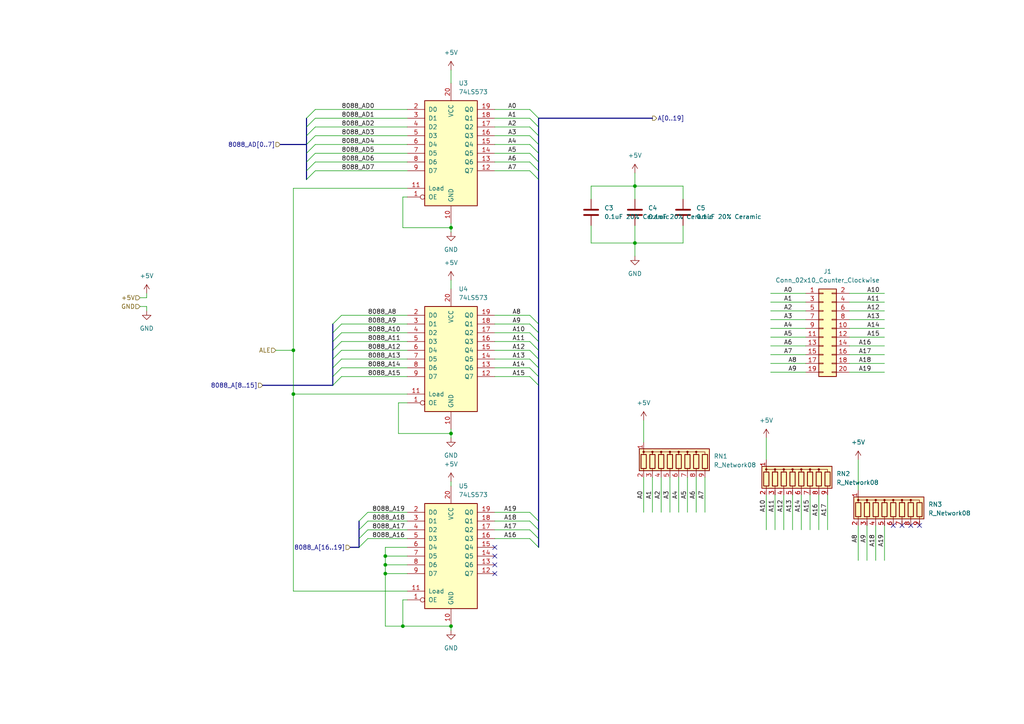
<source format=kicad_sch>
(kicad_sch
	(version 20231120)
	(generator "eeschema")
	(generator_version "8.0")
	(uuid "3aebc1a6-02ad-4da3-9a8a-cd90f5a5c714")
	(paper "A4")
	(lib_symbols
		(symbol "74xx:74LS573"
			(pin_names
				(offset 1.016)
			)
			(exclude_from_sim no)
			(in_bom yes)
			(on_board yes)
			(property "Reference" "U"
				(at -7.62 16.51 0)
				(effects
					(font
						(size 1.27 1.27)
					)
				)
			)
			(property "Value" "74LS573"
				(at -7.62 -16.51 0)
				(effects
					(font
						(size 1.27 1.27)
					)
				)
			)
			(property "Footprint" ""
				(at 0 0 0)
				(effects
					(font
						(size 1.27 1.27)
					)
					(hide yes)
				)
			)
			(property "Datasheet" "74xx/74hc573.pdf"
				(at 0 0 0)
				(effects
					(font
						(size 1.27 1.27)
					)
					(hide yes)
				)
			)
			(property "Description" "8-bit Latch 3-state outputs"
				(at 0 0 0)
				(effects
					(font
						(size 1.27 1.27)
					)
					(hide yes)
				)
			)
			(property "ki_locked" ""
				(at 0 0 0)
				(effects
					(font
						(size 1.27 1.27)
					)
				)
			)
			(property "ki_keywords" "TTL DFF DFF8 LATCH 3State"
				(at 0 0 0)
				(effects
					(font
						(size 1.27 1.27)
					)
					(hide yes)
				)
			)
			(property "ki_fp_filters" "DIP?20*"
				(at 0 0 0)
				(effects
					(font
						(size 1.27 1.27)
					)
					(hide yes)
				)
			)
			(symbol "74LS573_1_0"
				(pin input inverted
					(at -12.7 -12.7 0)
					(length 5.08)
					(name "OE"
						(effects
							(font
								(size 1.27 1.27)
							)
						)
					)
					(number "1"
						(effects
							(font
								(size 1.27 1.27)
							)
						)
					)
				)
				(pin power_in line
					(at 0 -20.32 90)
					(length 5.08)
					(name "GND"
						(effects
							(font
								(size 1.27 1.27)
							)
						)
					)
					(number "10"
						(effects
							(font
								(size 1.27 1.27)
							)
						)
					)
				)
				(pin input line
					(at -12.7 -10.16 0)
					(length 5.08)
					(name "Load"
						(effects
							(font
								(size 1.27 1.27)
							)
						)
					)
					(number "11"
						(effects
							(font
								(size 1.27 1.27)
							)
						)
					)
				)
				(pin tri_state line
					(at 12.7 -5.08 180)
					(length 5.08)
					(name "Q7"
						(effects
							(font
								(size 1.27 1.27)
							)
						)
					)
					(number "12"
						(effects
							(font
								(size 1.27 1.27)
							)
						)
					)
				)
				(pin tri_state line
					(at 12.7 -2.54 180)
					(length 5.08)
					(name "Q6"
						(effects
							(font
								(size 1.27 1.27)
							)
						)
					)
					(number "13"
						(effects
							(font
								(size 1.27 1.27)
							)
						)
					)
				)
				(pin tri_state line
					(at 12.7 0 180)
					(length 5.08)
					(name "Q5"
						(effects
							(font
								(size 1.27 1.27)
							)
						)
					)
					(number "14"
						(effects
							(font
								(size 1.27 1.27)
							)
						)
					)
				)
				(pin tri_state line
					(at 12.7 2.54 180)
					(length 5.08)
					(name "Q4"
						(effects
							(font
								(size 1.27 1.27)
							)
						)
					)
					(number "15"
						(effects
							(font
								(size 1.27 1.27)
							)
						)
					)
				)
				(pin tri_state line
					(at 12.7 5.08 180)
					(length 5.08)
					(name "Q3"
						(effects
							(font
								(size 1.27 1.27)
							)
						)
					)
					(number "16"
						(effects
							(font
								(size 1.27 1.27)
							)
						)
					)
				)
				(pin tri_state line
					(at 12.7 7.62 180)
					(length 5.08)
					(name "Q2"
						(effects
							(font
								(size 1.27 1.27)
							)
						)
					)
					(number "17"
						(effects
							(font
								(size 1.27 1.27)
							)
						)
					)
				)
				(pin tri_state line
					(at 12.7 10.16 180)
					(length 5.08)
					(name "Q1"
						(effects
							(font
								(size 1.27 1.27)
							)
						)
					)
					(number "18"
						(effects
							(font
								(size 1.27 1.27)
							)
						)
					)
				)
				(pin tri_state line
					(at 12.7 12.7 180)
					(length 5.08)
					(name "Q0"
						(effects
							(font
								(size 1.27 1.27)
							)
						)
					)
					(number "19"
						(effects
							(font
								(size 1.27 1.27)
							)
						)
					)
				)
				(pin input line
					(at -12.7 12.7 0)
					(length 5.08)
					(name "D0"
						(effects
							(font
								(size 1.27 1.27)
							)
						)
					)
					(number "2"
						(effects
							(font
								(size 1.27 1.27)
							)
						)
					)
				)
				(pin power_in line
					(at 0 20.32 270)
					(length 5.08)
					(name "VCC"
						(effects
							(font
								(size 1.27 1.27)
							)
						)
					)
					(number "20"
						(effects
							(font
								(size 1.27 1.27)
							)
						)
					)
				)
				(pin input line
					(at -12.7 10.16 0)
					(length 5.08)
					(name "D1"
						(effects
							(font
								(size 1.27 1.27)
							)
						)
					)
					(number "3"
						(effects
							(font
								(size 1.27 1.27)
							)
						)
					)
				)
				(pin input line
					(at -12.7 7.62 0)
					(length 5.08)
					(name "D2"
						(effects
							(font
								(size 1.27 1.27)
							)
						)
					)
					(number "4"
						(effects
							(font
								(size 1.27 1.27)
							)
						)
					)
				)
				(pin input line
					(at -12.7 5.08 0)
					(length 5.08)
					(name "D3"
						(effects
							(font
								(size 1.27 1.27)
							)
						)
					)
					(number "5"
						(effects
							(font
								(size 1.27 1.27)
							)
						)
					)
				)
				(pin input line
					(at -12.7 2.54 0)
					(length 5.08)
					(name "D4"
						(effects
							(font
								(size 1.27 1.27)
							)
						)
					)
					(number "6"
						(effects
							(font
								(size 1.27 1.27)
							)
						)
					)
				)
				(pin input line
					(at -12.7 0 0)
					(length 5.08)
					(name "D5"
						(effects
							(font
								(size 1.27 1.27)
							)
						)
					)
					(number "7"
						(effects
							(font
								(size 1.27 1.27)
							)
						)
					)
				)
				(pin input line
					(at -12.7 -2.54 0)
					(length 5.08)
					(name "D6"
						(effects
							(font
								(size 1.27 1.27)
							)
						)
					)
					(number "8"
						(effects
							(font
								(size 1.27 1.27)
							)
						)
					)
				)
				(pin input line
					(at -12.7 -5.08 0)
					(length 5.08)
					(name "D7"
						(effects
							(font
								(size 1.27 1.27)
							)
						)
					)
					(number "9"
						(effects
							(font
								(size 1.27 1.27)
							)
						)
					)
				)
			)
			(symbol "74LS573_1_1"
				(rectangle
					(start -7.62 15.24)
					(end 7.62 -15.24)
					(stroke
						(width 0.254)
						(type default)
					)
					(fill
						(type background)
					)
				)
			)
		)
		(symbol "Connector_Generic:Conn_02x10_Odd_Even"
			(pin_names
				(offset 1.016) hide)
			(exclude_from_sim no)
			(in_bom yes)
			(on_board yes)
			(property "Reference" "J"
				(at 1.27 12.7 0)
				(effects
					(font
						(size 1.27 1.27)
					)
				)
			)
			(property "Value" "Conn_02x10_Odd_Even"
				(at 1.27 -15.24 0)
				(effects
					(font
						(size 1.27 1.27)
					)
				)
			)
			(property "Footprint" ""
				(at 0 0 0)
				(effects
					(font
						(size 1.27 1.27)
					)
					(hide yes)
				)
			)
			(property "Datasheet" "~"
				(at 0 0 0)
				(effects
					(font
						(size 1.27 1.27)
					)
					(hide yes)
				)
			)
			(property "Description" "Generic connector, double row, 02x10, odd/even pin numbering scheme (row 1 odd numbers, row 2 even numbers), script generated (kicad-library-utils/schlib/autogen/connector/)"
				(at 0 0 0)
				(effects
					(font
						(size 1.27 1.27)
					)
					(hide yes)
				)
			)
			(property "ki_keywords" "connector"
				(at 0 0 0)
				(effects
					(font
						(size 1.27 1.27)
					)
					(hide yes)
				)
			)
			(property "ki_fp_filters" "Connector*:*_2x??_*"
				(at 0 0 0)
				(effects
					(font
						(size 1.27 1.27)
					)
					(hide yes)
				)
			)
			(symbol "Conn_02x10_Odd_Even_1_1"
				(rectangle
					(start -1.27 -12.573)
					(end 0 -12.827)
					(stroke
						(width 0.1524)
						(type default)
					)
					(fill
						(type none)
					)
				)
				(rectangle
					(start -1.27 -10.033)
					(end 0 -10.287)
					(stroke
						(width 0.1524)
						(type default)
					)
					(fill
						(type none)
					)
				)
				(rectangle
					(start -1.27 -7.493)
					(end 0 -7.747)
					(stroke
						(width 0.1524)
						(type default)
					)
					(fill
						(type none)
					)
				)
				(rectangle
					(start -1.27 -4.953)
					(end 0 -5.207)
					(stroke
						(width 0.1524)
						(type default)
					)
					(fill
						(type none)
					)
				)
				(rectangle
					(start -1.27 -2.413)
					(end 0 -2.667)
					(stroke
						(width 0.1524)
						(type default)
					)
					(fill
						(type none)
					)
				)
				(rectangle
					(start -1.27 0.127)
					(end 0 -0.127)
					(stroke
						(width 0.1524)
						(type default)
					)
					(fill
						(type none)
					)
				)
				(rectangle
					(start -1.27 2.667)
					(end 0 2.413)
					(stroke
						(width 0.1524)
						(type default)
					)
					(fill
						(type none)
					)
				)
				(rectangle
					(start -1.27 5.207)
					(end 0 4.953)
					(stroke
						(width 0.1524)
						(type default)
					)
					(fill
						(type none)
					)
				)
				(rectangle
					(start -1.27 7.747)
					(end 0 7.493)
					(stroke
						(width 0.1524)
						(type default)
					)
					(fill
						(type none)
					)
				)
				(rectangle
					(start -1.27 10.287)
					(end 0 10.033)
					(stroke
						(width 0.1524)
						(type default)
					)
					(fill
						(type none)
					)
				)
				(rectangle
					(start -1.27 11.43)
					(end 3.81 -13.97)
					(stroke
						(width 0.254)
						(type default)
					)
					(fill
						(type background)
					)
				)
				(rectangle
					(start 3.81 -12.573)
					(end 2.54 -12.827)
					(stroke
						(width 0.1524)
						(type default)
					)
					(fill
						(type none)
					)
				)
				(rectangle
					(start 3.81 -10.033)
					(end 2.54 -10.287)
					(stroke
						(width 0.1524)
						(type default)
					)
					(fill
						(type none)
					)
				)
				(rectangle
					(start 3.81 -7.493)
					(end 2.54 -7.747)
					(stroke
						(width 0.1524)
						(type default)
					)
					(fill
						(type none)
					)
				)
				(rectangle
					(start 3.81 -4.953)
					(end 2.54 -5.207)
					(stroke
						(width 0.1524)
						(type default)
					)
					(fill
						(type none)
					)
				)
				(rectangle
					(start 3.81 -2.413)
					(end 2.54 -2.667)
					(stroke
						(width 0.1524)
						(type default)
					)
					(fill
						(type none)
					)
				)
				(rectangle
					(start 3.81 0.127)
					(end 2.54 -0.127)
					(stroke
						(width 0.1524)
						(type default)
					)
					(fill
						(type none)
					)
				)
				(rectangle
					(start 3.81 2.667)
					(end 2.54 2.413)
					(stroke
						(width 0.1524)
						(type default)
					)
					(fill
						(type none)
					)
				)
				(rectangle
					(start 3.81 5.207)
					(end 2.54 4.953)
					(stroke
						(width 0.1524)
						(type default)
					)
					(fill
						(type none)
					)
				)
				(rectangle
					(start 3.81 7.747)
					(end 2.54 7.493)
					(stroke
						(width 0.1524)
						(type default)
					)
					(fill
						(type none)
					)
				)
				(rectangle
					(start 3.81 10.287)
					(end 2.54 10.033)
					(stroke
						(width 0.1524)
						(type default)
					)
					(fill
						(type none)
					)
				)
				(pin passive line
					(at -5.08 10.16 0)
					(length 3.81)
					(name "Pin_1"
						(effects
							(font
								(size 1.27 1.27)
							)
						)
					)
					(number "1"
						(effects
							(font
								(size 1.27 1.27)
							)
						)
					)
				)
				(pin passive line
					(at 7.62 0 180)
					(length 3.81)
					(name "Pin_10"
						(effects
							(font
								(size 1.27 1.27)
							)
						)
					)
					(number "10"
						(effects
							(font
								(size 1.27 1.27)
							)
						)
					)
				)
				(pin passive line
					(at -5.08 -2.54 0)
					(length 3.81)
					(name "Pin_11"
						(effects
							(font
								(size 1.27 1.27)
							)
						)
					)
					(number "11"
						(effects
							(font
								(size 1.27 1.27)
							)
						)
					)
				)
				(pin passive line
					(at 7.62 -2.54 180)
					(length 3.81)
					(name "Pin_12"
						(effects
							(font
								(size 1.27 1.27)
							)
						)
					)
					(number "12"
						(effects
							(font
								(size 1.27 1.27)
							)
						)
					)
				)
				(pin passive line
					(at -5.08 -5.08 0)
					(length 3.81)
					(name "Pin_13"
						(effects
							(font
								(size 1.27 1.27)
							)
						)
					)
					(number "13"
						(effects
							(font
								(size 1.27 1.27)
							)
						)
					)
				)
				(pin passive line
					(at 7.62 -5.08 180)
					(length 3.81)
					(name "Pin_14"
						(effects
							(font
								(size 1.27 1.27)
							)
						)
					)
					(number "14"
						(effects
							(font
								(size 1.27 1.27)
							)
						)
					)
				)
				(pin passive line
					(at -5.08 -7.62 0)
					(length 3.81)
					(name "Pin_15"
						(effects
							(font
								(size 1.27 1.27)
							)
						)
					)
					(number "15"
						(effects
							(font
								(size 1.27 1.27)
							)
						)
					)
				)
				(pin passive line
					(at 7.62 -7.62 180)
					(length 3.81)
					(name "Pin_16"
						(effects
							(font
								(size 1.27 1.27)
							)
						)
					)
					(number "16"
						(effects
							(font
								(size 1.27 1.27)
							)
						)
					)
				)
				(pin passive line
					(at -5.08 -10.16 0)
					(length 3.81)
					(name "Pin_17"
						(effects
							(font
								(size 1.27 1.27)
							)
						)
					)
					(number "17"
						(effects
							(font
								(size 1.27 1.27)
							)
						)
					)
				)
				(pin passive line
					(at 7.62 -10.16 180)
					(length 3.81)
					(name "Pin_18"
						(effects
							(font
								(size 1.27 1.27)
							)
						)
					)
					(number "18"
						(effects
							(font
								(size 1.27 1.27)
							)
						)
					)
				)
				(pin passive line
					(at -5.08 -12.7 0)
					(length 3.81)
					(name "Pin_19"
						(effects
							(font
								(size 1.27 1.27)
							)
						)
					)
					(number "19"
						(effects
							(font
								(size 1.27 1.27)
							)
						)
					)
				)
				(pin passive line
					(at 7.62 10.16 180)
					(length 3.81)
					(name "Pin_2"
						(effects
							(font
								(size 1.27 1.27)
							)
						)
					)
					(number "2"
						(effects
							(font
								(size 1.27 1.27)
							)
						)
					)
				)
				(pin passive line
					(at 7.62 -12.7 180)
					(length 3.81)
					(name "Pin_20"
						(effects
							(font
								(size 1.27 1.27)
							)
						)
					)
					(number "20"
						(effects
							(font
								(size 1.27 1.27)
							)
						)
					)
				)
				(pin passive line
					(at -5.08 7.62 0)
					(length 3.81)
					(name "Pin_3"
						(effects
							(font
								(size 1.27 1.27)
							)
						)
					)
					(number "3"
						(effects
							(font
								(size 1.27 1.27)
							)
						)
					)
				)
				(pin passive line
					(at 7.62 7.62 180)
					(length 3.81)
					(name "Pin_4"
						(effects
							(font
								(size 1.27 1.27)
							)
						)
					)
					(number "4"
						(effects
							(font
								(size 1.27 1.27)
							)
						)
					)
				)
				(pin passive line
					(at -5.08 5.08 0)
					(length 3.81)
					(name "Pin_5"
						(effects
							(font
								(size 1.27 1.27)
							)
						)
					)
					(number "5"
						(effects
							(font
								(size 1.27 1.27)
							)
						)
					)
				)
				(pin passive line
					(at 7.62 5.08 180)
					(length 3.81)
					(name "Pin_6"
						(effects
							(font
								(size 1.27 1.27)
							)
						)
					)
					(number "6"
						(effects
							(font
								(size 1.27 1.27)
							)
						)
					)
				)
				(pin passive line
					(at -5.08 2.54 0)
					(length 3.81)
					(name "Pin_7"
						(effects
							(font
								(size 1.27 1.27)
							)
						)
					)
					(number "7"
						(effects
							(font
								(size 1.27 1.27)
							)
						)
					)
				)
				(pin passive line
					(at 7.62 2.54 180)
					(length 3.81)
					(name "Pin_8"
						(effects
							(font
								(size 1.27 1.27)
							)
						)
					)
					(number "8"
						(effects
							(font
								(size 1.27 1.27)
							)
						)
					)
				)
				(pin passive line
					(at -5.08 0 0)
					(length 3.81)
					(name "Pin_9"
						(effects
							(font
								(size 1.27 1.27)
							)
						)
					)
					(number "9"
						(effects
							(font
								(size 1.27 1.27)
							)
						)
					)
				)
			)
		)
		(symbol "Device:C"
			(pin_numbers hide)
			(pin_names
				(offset 0.254)
			)
			(exclude_from_sim no)
			(in_bom yes)
			(on_board yes)
			(property "Reference" "C"
				(at 0.635 2.54 0)
				(effects
					(font
						(size 1.27 1.27)
					)
					(justify left)
				)
			)
			(property "Value" "C"
				(at 0.635 -2.54 0)
				(effects
					(font
						(size 1.27 1.27)
					)
					(justify left)
				)
			)
			(property "Footprint" ""
				(at 0.9652 -3.81 0)
				(effects
					(font
						(size 1.27 1.27)
					)
					(hide yes)
				)
			)
			(property "Datasheet" "~"
				(at 0 0 0)
				(effects
					(font
						(size 1.27 1.27)
					)
					(hide yes)
				)
			)
			(property "Description" "Unpolarized capacitor"
				(at 0 0 0)
				(effects
					(font
						(size 1.27 1.27)
					)
					(hide yes)
				)
			)
			(property "ki_keywords" "cap capacitor"
				(at 0 0 0)
				(effects
					(font
						(size 1.27 1.27)
					)
					(hide yes)
				)
			)
			(property "ki_fp_filters" "C_*"
				(at 0 0 0)
				(effects
					(font
						(size 1.27 1.27)
					)
					(hide yes)
				)
			)
			(symbol "C_0_1"
				(polyline
					(pts
						(xy -2.032 -0.762) (xy 2.032 -0.762)
					)
					(stroke
						(width 0.508)
						(type default)
					)
					(fill
						(type none)
					)
				)
				(polyline
					(pts
						(xy -2.032 0.762) (xy 2.032 0.762)
					)
					(stroke
						(width 0.508)
						(type default)
					)
					(fill
						(type none)
					)
				)
			)
			(symbol "C_1_1"
				(pin passive line
					(at 0 3.81 270)
					(length 2.794)
					(name "~"
						(effects
							(font
								(size 1.27 1.27)
							)
						)
					)
					(number "1"
						(effects
							(font
								(size 1.27 1.27)
							)
						)
					)
				)
				(pin passive line
					(at 0 -3.81 90)
					(length 2.794)
					(name "~"
						(effects
							(font
								(size 1.27 1.27)
							)
						)
					)
					(number "2"
						(effects
							(font
								(size 1.27 1.27)
							)
						)
					)
				)
			)
		)
		(symbol "Device:R_Network08"
			(pin_names
				(offset 0) hide)
			(exclude_from_sim no)
			(in_bom yes)
			(on_board yes)
			(property "Reference" "RN"
				(at -12.7 0 90)
				(effects
					(font
						(size 1.27 1.27)
					)
				)
			)
			(property "Value" "R_Network08"
				(at 10.16 0 90)
				(effects
					(font
						(size 1.27 1.27)
					)
				)
			)
			(property "Footprint" "Resistor_THT:R_Array_SIP9"
				(at 12.065 0 90)
				(effects
					(font
						(size 1.27 1.27)
					)
					(hide yes)
				)
			)
			(property "Datasheet" "http://www.vishay.com/docs/31509/csc.pdf"
				(at 0 0 0)
				(effects
					(font
						(size 1.27 1.27)
					)
					(hide yes)
				)
			)
			(property "Description" "8 resistor network, star topology, bussed resistors, small symbol"
				(at 0 0 0)
				(effects
					(font
						(size 1.27 1.27)
					)
					(hide yes)
				)
			)
			(property "ki_keywords" "R network star-topology"
				(at 0 0 0)
				(effects
					(font
						(size 1.27 1.27)
					)
					(hide yes)
				)
			)
			(property "ki_fp_filters" "R?Array?SIP*"
				(at 0 0 0)
				(effects
					(font
						(size 1.27 1.27)
					)
					(hide yes)
				)
			)
			(symbol "R_Network08_0_1"
				(rectangle
					(start -11.43 -3.175)
					(end 8.89 3.175)
					(stroke
						(width 0.254)
						(type default)
					)
					(fill
						(type background)
					)
				)
				(rectangle
					(start -10.922 1.524)
					(end -9.398 -2.54)
					(stroke
						(width 0.254)
						(type default)
					)
					(fill
						(type none)
					)
				)
				(circle
					(center -10.16 2.286)
					(radius 0.254)
					(stroke
						(width 0)
						(type default)
					)
					(fill
						(type outline)
					)
				)
				(rectangle
					(start -8.382 1.524)
					(end -6.858 -2.54)
					(stroke
						(width 0.254)
						(type default)
					)
					(fill
						(type none)
					)
				)
				(circle
					(center -7.62 2.286)
					(radius 0.254)
					(stroke
						(width 0)
						(type default)
					)
					(fill
						(type outline)
					)
				)
				(rectangle
					(start -5.842 1.524)
					(end -4.318 -2.54)
					(stroke
						(width 0.254)
						(type default)
					)
					(fill
						(type none)
					)
				)
				(circle
					(center -5.08 2.286)
					(radius 0.254)
					(stroke
						(width 0)
						(type default)
					)
					(fill
						(type outline)
					)
				)
				(rectangle
					(start -3.302 1.524)
					(end -1.778 -2.54)
					(stroke
						(width 0.254)
						(type default)
					)
					(fill
						(type none)
					)
				)
				(circle
					(center -2.54 2.286)
					(radius 0.254)
					(stroke
						(width 0)
						(type default)
					)
					(fill
						(type outline)
					)
				)
				(rectangle
					(start -0.762 1.524)
					(end 0.762 -2.54)
					(stroke
						(width 0.254)
						(type default)
					)
					(fill
						(type none)
					)
				)
				(polyline
					(pts
						(xy -10.16 -2.54) (xy -10.16 -3.81)
					)
					(stroke
						(width 0)
						(type default)
					)
					(fill
						(type none)
					)
				)
				(polyline
					(pts
						(xy -7.62 -2.54) (xy -7.62 -3.81)
					)
					(stroke
						(width 0)
						(type default)
					)
					(fill
						(type none)
					)
				)
				(polyline
					(pts
						(xy -5.08 -2.54) (xy -5.08 -3.81)
					)
					(stroke
						(width 0)
						(type default)
					)
					(fill
						(type none)
					)
				)
				(polyline
					(pts
						(xy -2.54 -2.54) (xy -2.54 -3.81)
					)
					(stroke
						(width 0)
						(type default)
					)
					(fill
						(type none)
					)
				)
				(polyline
					(pts
						(xy 0 -2.54) (xy 0 -3.81)
					)
					(stroke
						(width 0)
						(type default)
					)
					(fill
						(type none)
					)
				)
				(polyline
					(pts
						(xy 2.54 -2.54) (xy 2.54 -3.81)
					)
					(stroke
						(width 0)
						(type default)
					)
					(fill
						(type none)
					)
				)
				(polyline
					(pts
						(xy 5.08 -2.54) (xy 5.08 -3.81)
					)
					(stroke
						(width 0)
						(type default)
					)
					(fill
						(type none)
					)
				)
				(polyline
					(pts
						(xy 7.62 -2.54) (xy 7.62 -3.81)
					)
					(stroke
						(width 0)
						(type default)
					)
					(fill
						(type none)
					)
				)
				(polyline
					(pts
						(xy -10.16 1.524) (xy -10.16 2.286) (xy -7.62 2.286) (xy -7.62 1.524)
					)
					(stroke
						(width 0)
						(type default)
					)
					(fill
						(type none)
					)
				)
				(polyline
					(pts
						(xy -7.62 1.524) (xy -7.62 2.286) (xy -5.08 2.286) (xy -5.08 1.524)
					)
					(stroke
						(width 0)
						(type default)
					)
					(fill
						(type none)
					)
				)
				(polyline
					(pts
						(xy -5.08 1.524) (xy -5.08 2.286) (xy -2.54 2.286) (xy -2.54 1.524)
					)
					(stroke
						(width 0)
						(type default)
					)
					(fill
						(type none)
					)
				)
				(polyline
					(pts
						(xy -2.54 1.524) (xy -2.54 2.286) (xy 0 2.286) (xy 0 1.524)
					)
					(stroke
						(width 0)
						(type default)
					)
					(fill
						(type none)
					)
				)
				(polyline
					(pts
						(xy 0 1.524) (xy 0 2.286) (xy 2.54 2.286) (xy 2.54 1.524)
					)
					(stroke
						(width 0)
						(type default)
					)
					(fill
						(type none)
					)
				)
				(polyline
					(pts
						(xy 2.54 1.524) (xy 2.54 2.286) (xy 5.08 2.286) (xy 5.08 1.524)
					)
					(stroke
						(width 0)
						(type default)
					)
					(fill
						(type none)
					)
				)
				(polyline
					(pts
						(xy 5.08 1.524) (xy 5.08 2.286) (xy 7.62 2.286) (xy 7.62 1.524)
					)
					(stroke
						(width 0)
						(type default)
					)
					(fill
						(type none)
					)
				)
				(circle
					(center 0 2.286)
					(radius 0.254)
					(stroke
						(width 0)
						(type default)
					)
					(fill
						(type outline)
					)
				)
				(rectangle
					(start 1.778 1.524)
					(end 3.302 -2.54)
					(stroke
						(width 0.254)
						(type default)
					)
					(fill
						(type none)
					)
				)
				(circle
					(center 2.54 2.286)
					(radius 0.254)
					(stroke
						(width 0)
						(type default)
					)
					(fill
						(type outline)
					)
				)
				(rectangle
					(start 4.318 1.524)
					(end 5.842 -2.54)
					(stroke
						(width 0.254)
						(type default)
					)
					(fill
						(type none)
					)
				)
				(circle
					(center 5.08 2.286)
					(radius 0.254)
					(stroke
						(width 0)
						(type default)
					)
					(fill
						(type outline)
					)
				)
				(rectangle
					(start 6.858 1.524)
					(end 8.382 -2.54)
					(stroke
						(width 0.254)
						(type default)
					)
					(fill
						(type none)
					)
				)
			)
			(symbol "R_Network08_1_1"
				(pin passive line
					(at -10.16 5.08 270)
					(length 2.54)
					(name "common"
						(effects
							(font
								(size 1.27 1.27)
							)
						)
					)
					(number "1"
						(effects
							(font
								(size 1.27 1.27)
							)
						)
					)
				)
				(pin passive line
					(at -10.16 -5.08 90)
					(length 1.27)
					(name "R1"
						(effects
							(font
								(size 1.27 1.27)
							)
						)
					)
					(number "2"
						(effects
							(font
								(size 1.27 1.27)
							)
						)
					)
				)
				(pin passive line
					(at -7.62 -5.08 90)
					(length 1.27)
					(name "R2"
						(effects
							(font
								(size 1.27 1.27)
							)
						)
					)
					(number "3"
						(effects
							(font
								(size 1.27 1.27)
							)
						)
					)
				)
				(pin passive line
					(at -5.08 -5.08 90)
					(length 1.27)
					(name "R3"
						(effects
							(font
								(size 1.27 1.27)
							)
						)
					)
					(number "4"
						(effects
							(font
								(size 1.27 1.27)
							)
						)
					)
				)
				(pin passive line
					(at -2.54 -5.08 90)
					(length 1.27)
					(name "R4"
						(effects
							(font
								(size 1.27 1.27)
							)
						)
					)
					(number "5"
						(effects
							(font
								(size 1.27 1.27)
							)
						)
					)
				)
				(pin passive line
					(at 0 -5.08 90)
					(length 1.27)
					(name "R5"
						(effects
							(font
								(size 1.27 1.27)
							)
						)
					)
					(number "6"
						(effects
							(font
								(size 1.27 1.27)
							)
						)
					)
				)
				(pin passive line
					(at 2.54 -5.08 90)
					(length 1.27)
					(name "R6"
						(effects
							(font
								(size 1.27 1.27)
							)
						)
					)
					(number "7"
						(effects
							(font
								(size 1.27 1.27)
							)
						)
					)
				)
				(pin passive line
					(at 5.08 -5.08 90)
					(length 1.27)
					(name "R7"
						(effects
							(font
								(size 1.27 1.27)
							)
						)
					)
					(number "8"
						(effects
							(font
								(size 1.27 1.27)
							)
						)
					)
				)
				(pin passive line
					(at 7.62 -5.08 90)
					(length 1.27)
					(name "R8"
						(effects
							(font
								(size 1.27 1.27)
							)
						)
					)
					(number "9"
						(effects
							(font
								(size 1.27 1.27)
							)
						)
					)
				)
			)
		)
		(symbol "power:+5V"
			(power)
			(pin_names
				(offset 0)
			)
			(exclude_from_sim no)
			(in_bom yes)
			(on_board yes)
			(property "Reference" "#PWR"
				(at 0 -3.81 0)
				(effects
					(font
						(size 1.27 1.27)
					)
					(hide yes)
				)
			)
			(property "Value" "+5V"
				(at 0 3.556 0)
				(effects
					(font
						(size 1.27 1.27)
					)
				)
			)
			(property "Footprint" ""
				(at 0 0 0)
				(effects
					(font
						(size 1.27 1.27)
					)
					(hide yes)
				)
			)
			(property "Datasheet" ""
				(at 0 0 0)
				(effects
					(font
						(size 1.27 1.27)
					)
					(hide yes)
				)
			)
			(property "Description" "Power symbol creates a global label with name \"+5V\""
				(at 0 0 0)
				(effects
					(font
						(size 1.27 1.27)
					)
					(hide yes)
				)
			)
			(property "ki_keywords" "global power"
				(at 0 0 0)
				(effects
					(font
						(size 1.27 1.27)
					)
					(hide yes)
				)
			)
			(symbol "+5V_0_1"
				(polyline
					(pts
						(xy -0.762 1.27) (xy 0 2.54)
					)
					(stroke
						(width 0)
						(type default)
					)
					(fill
						(type none)
					)
				)
				(polyline
					(pts
						(xy 0 0) (xy 0 2.54)
					)
					(stroke
						(width 0)
						(type default)
					)
					(fill
						(type none)
					)
				)
				(polyline
					(pts
						(xy 0 2.54) (xy 0.762 1.27)
					)
					(stroke
						(width 0)
						(type default)
					)
					(fill
						(type none)
					)
				)
			)
			(symbol "+5V_1_1"
				(pin power_in line
					(at 0 0 90)
					(length 0) hide
					(name "+5V"
						(effects
							(font
								(size 1.27 1.27)
							)
						)
					)
					(number "1"
						(effects
							(font
								(size 1.27 1.27)
							)
						)
					)
				)
			)
		)
		(symbol "power:GND"
			(power)
			(pin_names
				(offset 0)
			)
			(exclude_from_sim no)
			(in_bom yes)
			(on_board yes)
			(property "Reference" "#PWR"
				(at 0 -6.35 0)
				(effects
					(font
						(size 1.27 1.27)
					)
					(hide yes)
				)
			)
			(property "Value" "GND"
				(at 0 -3.81 0)
				(effects
					(font
						(size 1.27 1.27)
					)
				)
			)
			(property "Footprint" ""
				(at 0 0 0)
				(effects
					(font
						(size 1.27 1.27)
					)
					(hide yes)
				)
			)
			(property "Datasheet" ""
				(at 0 0 0)
				(effects
					(font
						(size 1.27 1.27)
					)
					(hide yes)
				)
			)
			(property "Description" "Power symbol creates a global label with name \"GND\" , ground"
				(at 0 0 0)
				(effects
					(font
						(size 1.27 1.27)
					)
					(hide yes)
				)
			)
			(property "ki_keywords" "global power"
				(at 0 0 0)
				(effects
					(font
						(size 1.27 1.27)
					)
					(hide yes)
				)
			)
			(symbol "GND_0_1"
				(polyline
					(pts
						(xy 0 0) (xy 0 -1.27) (xy 1.27 -1.27) (xy 0 -2.54) (xy -1.27 -1.27) (xy 0 -1.27)
					)
					(stroke
						(width 0)
						(type default)
					)
					(fill
						(type none)
					)
				)
			)
			(symbol "GND_1_1"
				(pin power_in line
					(at 0 0 270)
					(length 0) hide
					(name "GND"
						(effects
							(font
								(size 1.27 1.27)
							)
						)
					)
					(number "1"
						(effects
							(font
								(size 1.27 1.27)
							)
						)
					)
				)
			)
		)
	)
	(bus_alias "8088_A[8..15]"
		(members "A8" "A9" "A10" "A11" "A12" "A13" "A14" "A15")
	)
	(junction
		(at 111.76 163.83)
		(diameter 0)
		(color 0 0 0 0)
		(uuid "2d5756ad-de5c-4f54-86a4-ac59758db296")
	)
	(junction
		(at 130.81 66.04)
		(diameter 0)
		(color 0 0 0 0)
		(uuid "5ba46300-2598-424f-a671-f225b186ab5e")
	)
	(junction
		(at 184.15 53.975)
		(diameter 0)
		(color 0 0 0 0)
		(uuid "6401da22-c6e5-439b-93b9-2960c3b46c4f")
	)
	(junction
		(at 130.81 181.61)
		(diameter 0)
		(color 0 0 0 0)
		(uuid "6bafe45f-b191-4c75-8a77-cf1e17323225")
	)
	(junction
		(at 111.76 161.29)
		(diameter 0)
		(color 0 0 0 0)
		(uuid "80a9c6cc-3bed-4ebf-a8d5-d7941505788a")
	)
	(junction
		(at 116.84 181.61)
		(diameter 0)
		(color 0 0 0 0)
		(uuid "8ebe9abb-4b8a-4d11-9900-0c3948f20080")
	)
	(junction
		(at 85.09 101.6)
		(diameter 0)
		(color 0 0 0 0)
		(uuid "996bff7e-795f-4826-b9a3-1e36d484726c")
	)
	(junction
		(at 111.76 166.37)
		(diameter 0)
		(color 0 0 0 0)
		(uuid "a737ee6c-e570-4ac5-8f54-26dd2a932d89")
	)
	(junction
		(at 130.81 125.73)
		(diameter 0)
		(color 0 0 0 0)
		(uuid "c9aa0214-0197-4454-9fb5-802c05c0cf94")
	)
	(junction
		(at 85.09 114.3)
		(diameter 0)
		(color 0 0 0 0)
		(uuid "d1a89e44-e5c7-4665-b40f-ff4ca489ef47")
	)
	(junction
		(at 184.15 70.485)
		(diameter 0)
		(color 0 0 0 0)
		(uuid "e1f2923b-128d-4aa8-b440-4cf507eef826")
	)
	(no_connect
		(at 264.16 152.4)
		(uuid "0c8d2a42-8c81-4d6f-ba57-edbf801a5db4")
	)
	(no_connect
		(at 261.62 152.4)
		(uuid "44176a3f-e55a-45c1-846a-9aba31ab9776")
	)
	(no_connect
		(at 266.7 152.4)
		(uuid "71dc9461-7db5-4d88-8d12-86dbb888bb3f")
	)
	(no_connect
		(at 143.51 163.83)
		(uuid "855effdf-be47-47a9-a732-3968c88ad708")
	)
	(no_connect
		(at 143.51 158.75)
		(uuid "aab901ea-8c89-486f-a9a7-5d3dd7229ef1")
	)
	(no_connect
		(at 259.08 152.4)
		(uuid "d320807a-d2eb-47b6-a8b2-286251c8ea95")
	)
	(no_connect
		(at 143.51 161.29)
		(uuid "d9cdba97-d660-4bad-a384-9c60f71e6a65")
	)
	(no_connect
		(at 143.51 166.37)
		(uuid "e668635a-63e3-49a3-8898-8c5d0fba73fa")
	)
	(bus_entry
		(at 96.52 104.14)
		(size 2.54 -2.54)
		(stroke
			(width 0)
			(type default)
		)
		(uuid "04808cac-bf61-466d-90d2-7daff09d012c")
	)
	(bus_entry
		(at 88.9 44.45)
		(size 2.54 -2.54)
		(stroke
			(width 0)
			(type default)
		)
		(uuid "0ddb002a-b7c0-4d96-afb0-b9d60760d537")
	)
	(bus_entry
		(at 153.67 104.14)
		(size 2.54 2.54)
		(stroke
			(width 0)
			(type default)
		)
		(uuid "21d3bba4-1414-4ec4-928a-3c6d8842d70f")
	)
	(bus_entry
		(at 88.9 46.99)
		(size 2.54 -2.54)
		(stroke
			(width 0)
			(type default)
		)
		(uuid "23310e3f-e951-4dfe-89d4-6c7f1022a01a")
	)
	(bus_entry
		(at 153.67 31.75)
		(size 2.54 2.54)
		(stroke
			(width 0)
			(type default)
		)
		(uuid "248294bd-354c-44a3-b1b2-e516fea66fc2")
	)
	(bus_entry
		(at 88.9 41.91)
		(size 2.54 -2.54)
		(stroke
			(width 0)
			(type default)
		)
		(uuid "25600a2f-2e7a-4314-9d2a-c43c7c0285bb")
	)
	(bus_entry
		(at 104.14 158.75)
		(size 2.54 -2.54)
		(stroke
			(width 0)
			(type default)
		)
		(uuid "29507194-1337-478f-a341-d2df76809d3f")
	)
	(bus_entry
		(at 153.67 106.68)
		(size 2.54 2.54)
		(stroke
			(width 0)
			(type default)
		)
		(uuid "29605847-7d4c-42d7-bb7d-07e87799edb1")
	)
	(bus_entry
		(at 153.67 101.6)
		(size 2.54 2.54)
		(stroke
			(width 0)
			(type default)
		)
		(uuid "2cc7bf0a-e400-4a0a-adf3-7b3481513e79")
	)
	(bus_entry
		(at 153.67 151.13)
		(size 2.54 2.54)
		(stroke
			(width 0)
			(type default)
		)
		(uuid "32af274d-3519-4f6b-a2bb-12c32d10ad60")
	)
	(bus_entry
		(at 104.14 151.13)
		(size 2.54 -2.54)
		(stroke
			(width 0)
			(type default)
		)
		(uuid "37047ff0-2073-4fda-b4c4-88d92c625962")
	)
	(bus_entry
		(at 153.67 41.91)
		(size 2.54 2.54)
		(stroke
			(width 0)
			(type default)
		)
		(uuid "43769b05-dcde-4c46-bb06-64f3a879bcf8")
	)
	(bus_entry
		(at 88.9 34.29)
		(size 2.54 -2.54)
		(stroke
			(width 0)
			(type default)
		)
		(uuid "45e72232-b1f3-4873-83d5-599161006207")
	)
	(bus_entry
		(at 153.67 96.52)
		(size 2.54 2.54)
		(stroke
			(width 0)
			(type default)
		)
		(uuid "4a3c88bf-7e69-4a06-a126-052969727905")
	)
	(bus_entry
		(at 153.67 36.83)
		(size 2.54 2.54)
		(stroke
			(width 0)
			(type default)
		)
		(uuid "5620b3b5-6686-470b-8d49-8911659983ba")
	)
	(bus_entry
		(at 153.67 91.44)
		(size 2.54 2.54)
		(stroke
			(width 0)
			(type default)
		)
		(uuid "5b8a752d-9fb6-4ff4-a4e1-59121710648c")
	)
	(bus_entry
		(at 88.9 52.07)
		(size 2.54 -2.54)
		(stroke
			(width 0)
			(type default)
		)
		(uuid "5d4e2abd-cac6-43f6-9cce-ff775ae640df")
	)
	(bus_entry
		(at 153.67 44.45)
		(size 2.54 2.54)
		(stroke
			(width 0)
			(type default)
		)
		(uuid "6c12d873-fba0-47aa-963b-bccfb65ad74b")
	)
	(bus_entry
		(at 153.67 99.06)
		(size 2.54 2.54)
		(stroke
			(width 0)
			(type default)
		)
		(uuid "71972000-43f0-4ae3-b0ab-58364d341e3a")
	)
	(bus_entry
		(at 96.52 93.98)
		(size 2.54 -2.54)
		(stroke
			(width 0)
			(type default)
		)
		(uuid "7841b47c-5c38-4e0b-92be-8bf704d1a897")
	)
	(bus_entry
		(at 153.67 93.98)
		(size 2.54 2.54)
		(stroke
			(width 0)
			(type default)
		)
		(uuid "796f7021-d562-4683-8ec3-01691f9ad985")
	)
	(bus_entry
		(at 153.67 153.67)
		(size 2.54 2.54)
		(stroke
			(width 0)
			(type default)
		)
		(uuid "7ca798ef-20b4-42ba-9832-0c13b4457ce8")
	)
	(bus_entry
		(at 153.67 148.59)
		(size 2.54 2.54)
		(stroke
			(width 0)
			(type default)
		)
		(uuid "7e3214ed-7e3a-4b52-8ed3-8c98f3b8cb0d")
	)
	(bus_entry
		(at 88.9 36.83)
		(size 2.54 -2.54)
		(stroke
			(width 0)
			(type default)
		)
		(uuid "88e04062-d1be-43b6-8b0f-1566820ec0b7")
	)
	(bus_entry
		(at 153.67 156.21)
		(size 2.54 2.54)
		(stroke
			(width 0)
			(type default)
		)
		(uuid "8d90bd6f-5863-405c-aac9-30cdc2a2a68f")
	)
	(bus_entry
		(at 153.67 49.53)
		(size 2.54 2.54)
		(stroke
			(width 0)
			(type default)
		)
		(uuid "8f1c4292-9b84-45da-9884-f57e37d59e4e")
	)
	(bus_entry
		(at 153.67 109.22)
		(size 2.54 2.54)
		(stroke
			(width 0)
			(type default)
		)
		(uuid "907d9bce-3df5-4c9e-8c47-2b816d8a9f3e")
	)
	(bus_entry
		(at 96.52 106.68)
		(size 2.54 -2.54)
		(stroke
			(width 0)
			(type default)
		)
		(uuid "976fd8df-d570-4651-a22b-23cd704a4c92")
	)
	(bus_entry
		(at 153.67 46.99)
		(size 2.54 2.54)
		(stroke
			(width 0)
			(type default)
		)
		(uuid "a2bd24e2-3061-4091-9a95-a9d4cffdab85")
	)
	(bus_entry
		(at 153.67 34.29)
		(size 2.54 2.54)
		(stroke
			(width 0)
			(type default)
		)
		(uuid "aa3c0226-77af-4029-bf7a-fa669de8d860")
	)
	(bus_entry
		(at 96.52 99.06)
		(size 2.54 -2.54)
		(stroke
			(width 0)
			(type default)
		)
		(uuid "ac032ade-27c4-4aee-82ea-211c88bf6f00")
	)
	(bus_entry
		(at 96.52 111.76)
		(size 2.54 -2.54)
		(stroke
			(width 0)
			(type default)
		)
		(uuid "ad2575ca-dd38-480b-84fc-dd2953d3254f")
	)
	(bus_entry
		(at 96.52 109.22)
		(size 2.54 -2.54)
		(stroke
			(width 0)
			(type default)
		)
		(uuid "c0fdf6f8-4d9b-49a0-9021-6267342f766a")
	)
	(bus_entry
		(at 96.52 101.6)
		(size 2.54 -2.54)
		(stroke
			(width 0)
			(type default)
		)
		(uuid "c1d2d8da-058c-4309-be2d-d855845f3d8f")
	)
	(bus_entry
		(at 96.52 96.52)
		(size 2.54 -2.54)
		(stroke
			(width 0)
			(type default)
		)
		(uuid "d4a3a610-d028-46d8-979c-c55a30dba47c")
	)
	(bus_entry
		(at 88.9 39.37)
		(size 2.54 -2.54)
		(stroke
			(width 0)
			(type default)
		)
		(uuid "e4a19ba5-82fd-4637-bb9b-3cdaf29a52be")
	)
	(bus_entry
		(at 104.14 156.21)
		(size 2.54 -2.54)
		(stroke
			(width 0)
			(type default)
		)
		(uuid "eb731a36-814a-4f0f-a1de-2a4080fe1618")
	)
	(bus_entry
		(at 104.14 153.67)
		(size 2.54 -2.54)
		(stroke
			(width 0)
			(type default)
		)
		(uuid "f7614c29-2230-423a-a766-646f6cd6dbdb")
	)
	(bus_entry
		(at 88.9 49.53)
		(size 2.54 -2.54)
		(stroke
			(width 0)
			(type default)
		)
		(uuid "f8f56d86-4101-4e68-a385-d2d2a05e80a1")
	)
	(bus_entry
		(at 153.67 39.37)
		(size 2.54 2.54)
		(stroke
			(width 0)
			(type default)
		)
		(uuid "feb3f6a0-d9bc-4980-a3aa-f671d99076a8")
	)
	(bus
		(pts
			(xy 156.21 106.68) (xy 156.21 104.14)
		)
		(stroke
			(width 0)
			(type default)
		)
		(uuid "00e12d6e-f713-4fe8-8c1c-ccb0768f54b4")
	)
	(wire
		(pts
			(xy 143.51 91.44) (xy 153.67 91.44)
		)
		(stroke
			(width 0)
			(type default)
		)
		(uuid "019ce3e3-c800-4040-9713-94921f17697e")
	)
	(wire
		(pts
			(xy 223.52 92.71) (xy 233.68 92.71)
		)
		(stroke
			(width 0)
			(type default)
		)
		(uuid "03f3d974-65c9-4b28-86ad-322e34d8fca6")
	)
	(wire
		(pts
			(xy 246.38 97.79) (xy 256.54 97.79)
		)
		(stroke
			(width 0)
			(type default)
		)
		(uuid "0539100e-14f7-4e80-90fa-328da09fdbec")
	)
	(wire
		(pts
			(xy 143.51 34.29) (xy 153.67 34.29)
		)
		(stroke
			(width 0)
			(type default)
		)
		(uuid "056a9fe5-1a0e-4a22-a610-14c62acf4d2c")
	)
	(wire
		(pts
			(xy 246.38 95.25) (xy 256.54 95.25)
		)
		(stroke
			(width 0)
			(type default)
		)
		(uuid "05ef6c4c-0ee8-4e74-a2c2-d2ee9505f7cb")
	)
	(wire
		(pts
			(xy 248.92 162.56) (xy 248.92 152.4)
		)
		(stroke
			(width 0)
			(type default)
		)
		(uuid "06b7f327-cf8d-4555-8f55-8521743a80a7")
	)
	(bus
		(pts
			(xy 88.9 36.83) (xy 88.9 39.37)
		)
		(stroke
			(width 0)
			(type default)
		)
		(uuid "08adfa91-e2cb-4f70-9fcd-710a5595c087")
	)
	(wire
		(pts
			(xy 246.38 105.41) (xy 256.54 105.41)
		)
		(stroke
			(width 0)
			(type default)
		)
		(uuid "08d7e72a-0295-4ac6-8ba0-8a2485806178")
	)
	(wire
		(pts
			(xy 40.64 88.9) (xy 42.545 88.9)
		)
		(stroke
			(width 0)
			(type default)
		)
		(uuid "0b2115ed-1d85-4964-8218-2727db7b1d7e")
	)
	(wire
		(pts
			(xy 130.81 64.77) (xy 130.81 66.04)
		)
		(stroke
			(width 0)
			(type default)
		)
		(uuid "0b2548d5-4213-4fcf-9518-786a08996642")
	)
	(bus
		(pts
			(xy 156.21 153.67) (xy 156.21 151.13)
		)
		(stroke
			(width 0)
			(type default)
		)
		(uuid "0bd58b64-8e18-4e95-a859-0b14f3d07ed6")
	)
	(wire
		(pts
			(xy 111.76 166.37) (xy 118.11 166.37)
		)
		(stroke
			(width 0)
			(type default)
		)
		(uuid "0ca5015f-301d-4703-8b8d-9dea5102a3a1")
	)
	(wire
		(pts
			(xy 130.81 81.28) (xy 130.81 83.82)
		)
		(stroke
			(width 0)
			(type default)
		)
		(uuid "0f50b3e0-d2ac-4c28-ad5f-5f7d4202e1fa")
	)
	(bus
		(pts
			(xy 88.9 46.99) (xy 88.9 49.53)
		)
		(stroke
			(width 0)
			(type default)
		)
		(uuid "105f5c8e-96ac-4ad3-99ac-a8c8fa58c096")
	)
	(wire
		(pts
			(xy 191.77 148.59) (xy 191.77 138.43)
		)
		(stroke
			(width 0)
			(type default)
		)
		(uuid "1135eea1-39a4-4711-9d58-c24fe572297f")
	)
	(wire
		(pts
			(xy 194.31 148.59) (xy 194.31 138.43)
		)
		(stroke
			(width 0)
			(type default)
		)
		(uuid "11d7ddee-75e2-4778-a110-8810da727bec")
	)
	(wire
		(pts
			(xy 91.44 49.53) (xy 118.11 49.53)
		)
		(stroke
			(width 0)
			(type default)
		)
		(uuid "127d32d6-65a3-4023-9e55-a079b55e913b")
	)
	(wire
		(pts
			(xy 111.76 161.29) (xy 118.11 161.29)
		)
		(stroke
			(width 0)
			(type default)
		)
		(uuid "14e2c305-7e16-4131-a34b-1201b2844676")
	)
	(wire
		(pts
			(xy 115.57 125.73) (xy 115.57 116.84)
		)
		(stroke
			(width 0)
			(type default)
		)
		(uuid "1619cc00-a732-4dad-a98e-8f2d9f3b0255")
	)
	(wire
		(pts
			(xy 143.51 99.06) (xy 153.67 99.06)
		)
		(stroke
			(width 0)
			(type default)
		)
		(uuid "1820f387-34b3-49be-9e55-83134db65f11")
	)
	(wire
		(pts
			(xy 99.06 106.68) (xy 118.11 106.68)
		)
		(stroke
			(width 0)
			(type default)
		)
		(uuid "198e4dd4-20a0-4573-abc0-75cc58c29195")
	)
	(bus
		(pts
			(xy 156.21 111.76) (xy 156.21 109.22)
		)
		(stroke
			(width 0)
			(type default)
		)
		(uuid "1b544b34-e810-42e1-9ea7-fc60f482a69f")
	)
	(wire
		(pts
			(xy 115.57 116.84) (xy 118.11 116.84)
		)
		(stroke
			(width 0)
			(type default)
		)
		(uuid "1e5ef6e8-fbc2-4e51-83c1-6f137c766d4c")
	)
	(wire
		(pts
			(xy 143.51 109.22) (xy 153.67 109.22)
		)
		(stroke
			(width 0)
			(type default)
		)
		(uuid "223d6c44-691a-4d22-a7cc-3100061cb0f1")
	)
	(wire
		(pts
			(xy 184.15 50.165) (xy 184.15 53.975)
		)
		(stroke
			(width 0)
			(type default)
		)
		(uuid "226e77b1-aff9-49f3-ad60-0c1c4825ac15")
	)
	(wire
		(pts
			(xy 223.52 90.17) (xy 233.68 90.17)
		)
		(stroke
			(width 0)
			(type default)
		)
		(uuid "2562ac3e-992d-4d65-b0db-6f775506b4ce")
	)
	(bus
		(pts
			(xy 104.14 153.67) (xy 104.14 156.21)
		)
		(stroke
			(width 0)
			(type default)
		)
		(uuid "29a01f93-75de-47b2-8c3f-f5a28d440dd1")
	)
	(wire
		(pts
			(xy 229.87 153.67) (xy 229.87 143.51)
		)
		(stroke
			(width 0)
			(type default)
		)
		(uuid "2a6aa6cf-6991-4937-bab5-9c7b63346247")
	)
	(bus
		(pts
			(xy 96.52 99.06) (xy 96.52 101.6)
		)
		(stroke
			(width 0)
			(type default)
		)
		(uuid "2a98d42f-7602-40d2-9504-e364c51f303b")
	)
	(wire
		(pts
			(xy 223.52 97.79) (xy 233.68 97.79)
		)
		(stroke
			(width 0)
			(type default)
		)
		(uuid "2bc61c2d-8336-47e2-be4b-5727a474591b")
	)
	(wire
		(pts
			(xy 143.51 44.45) (xy 153.67 44.45)
		)
		(stroke
			(width 0)
			(type default)
		)
		(uuid "2e930f65-791e-4b52-92d1-2ffabf914f50")
	)
	(wire
		(pts
			(xy 116.84 66.04) (xy 130.81 66.04)
		)
		(stroke
			(width 0)
			(type default)
		)
		(uuid "33335213-1b8a-4a9f-a13a-9a127eda75f7")
	)
	(bus
		(pts
			(xy 156.21 41.91) (xy 156.21 39.37)
		)
		(stroke
			(width 0)
			(type default)
		)
		(uuid "33ec62ba-29bf-41fa-9e34-ca804289fbd5")
	)
	(wire
		(pts
			(xy 91.44 36.83) (xy 118.11 36.83)
		)
		(stroke
			(width 0)
			(type default)
		)
		(uuid "3406fbc0-3cca-4ff2-a0fb-245d71278653")
	)
	(wire
		(pts
			(xy 130.81 139.7) (xy 130.81 140.97)
		)
		(stroke
			(width 0)
			(type default)
		)
		(uuid "34a9e2d1-47e6-4ee5-99c1-c93e92e5bda5")
	)
	(wire
		(pts
			(xy 106.68 153.67) (xy 118.11 153.67)
		)
		(stroke
			(width 0)
			(type default)
		)
		(uuid "3530b39c-e009-4081-9742-a4047a83f243")
	)
	(wire
		(pts
			(xy 223.52 95.25) (xy 233.68 95.25)
		)
		(stroke
			(width 0)
			(type default)
		)
		(uuid "3635df7e-f646-4221-a6be-7632b4086f65")
	)
	(bus
		(pts
			(xy 156.21 34.29) (xy 189.23 34.29)
		)
		(stroke
			(width 0)
			(type default)
		)
		(uuid "36a3f007-f10f-447b-9e3b-b9041f72fe43")
	)
	(wire
		(pts
			(xy 143.51 151.13) (xy 153.67 151.13)
		)
		(stroke
			(width 0)
			(type default)
		)
		(uuid "36d42d51-2187-441c-b8fe-d9df56fc9247")
	)
	(wire
		(pts
			(xy 223.52 100.33) (xy 233.68 100.33)
		)
		(stroke
			(width 0)
			(type default)
		)
		(uuid "3982e1b9-2159-4223-bb1f-678c3f56c294")
	)
	(wire
		(pts
			(xy 106.68 148.59) (xy 118.11 148.59)
		)
		(stroke
			(width 0)
			(type default)
		)
		(uuid "3abfb5f0-be56-41a4-9d42-cc7ec81421c5")
	)
	(wire
		(pts
			(xy 85.09 171.45) (xy 118.11 171.45)
		)
		(stroke
			(width 0)
			(type default)
		)
		(uuid "3c11db55-3dcc-4840-ba9e-e43dd034d320")
	)
	(wire
		(pts
			(xy 224.79 153.67) (xy 224.79 143.51)
		)
		(stroke
			(width 0)
			(type default)
		)
		(uuid "3db6726a-257d-47c0-b6ad-d703ffbcbb25")
	)
	(wire
		(pts
			(xy 186.69 121.92) (xy 186.69 128.27)
		)
		(stroke
			(width 0)
			(type default)
		)
		(uuid "3e09df87-09b8-4774-84c2-40287282f992")
	)
	(wire
		(pts
			(xy 223.52 102.87) (xy 233.68 102.87)
		)
		(stroke
			(width 0)
			(type default)
		)
		(uuid "3f566897-8368-4b3d-a97e-8d05b826d48a")
	)
	(wire
		(pts
			(xy 184.15 70.485) (xy 198.12 70.485)
		)
		(stroke
			(width 0)
			(type default)
		)
		(uuid "3fe9030e-c7cd-450b-8fa3-59cffda11746")
	)
	(wire
		(pts
			(xy 237.49 153.67) (xy 237.49 143.51)
		)
		(stroke
			(width 0)
			(type default)
		)
		(uuid "4234e7f4-b27e-4861-ab26-bffa5606ab6c")
	)
	(bus
		(pts
			(xy 156.21 156.21) (xy 156.21 153.67)
		)
		(stroke
			(width 0)
			(type default)
		)
		(uuid "42af9d23-cccc-4ae4-8028-6213368fc64a")
	)
	(bus
		(pts
			(xy 88.9 34.29) (xy 88.9 36.83)
		)
		(stroke
			(width 0)
			(type default)
		)
		(uuid "45343574-7968-473e-80e7-9c497935c53a")
	)
	(wire
		(pts
			(xy 251.46 162.56) (xy 251.46 152.4)
		)
		(stroke
			(width 0)
			(type default)
		)
		(uuid "4721421d-ba39-4170-ae9e-b72c2ed57b39")
	)
	(wire
		(pts
			(xy 143.51 96.52) (xy 153.67 96.52)
		)
		(stroke
			(width 0)
			(type default)
		)
		(uuid "475f71ba-f5c4-4a1b-a94b-88f07bbbf5c0")
	)
	(wire
		(pts
			(xy 106.68 151.13) (xy 118.11 151.13)
		)
		(stroke
			(width 0)
			(type default)
		)
		(uuid "4aef0471-0981-4af7-85ca-23029bc275b9")
	)
	(wire
		(pts
			(xy 223.52 87.63) (xy 233.68 87.63)
		)
		(stroke
			(width 0)
			(type default)
		)
		(uuid "4df3b462-b186-434c-8136-e1c78841f153")
	)
	(wire
		(pts
			(xy 85.09 114.3) (xy 118.11 114.3)
		)
		(stroke
			(width 0)
			(type default)
		)
		(uuid "4fe75f8a-d6ac-47de-af77-4a5df3e8de88")
	)
	(bus
		(pts
			(xy 81.28 41.91) (xy 88.9 41.91)
		)
		(stroke
			(width 0)
			(type default)
		)
		(uuid "503bd489-7faf-4bc3-831d-a2ec4f3a193f")
	)
	(wire
		(pts
			(xy 106.68 156.21) (xy 118.11 156.21)
		)
		(stroke
			(width 0)
			(type default)
		)
		(uuid "516552b7-1daf-4d5f-b09e-6eef31a2da0a")
	)
	(wire
		(pts
			(xy 130.81 125.73) (xy 115.57 125.73)
		)
		(stroke
			(width 0)
			(type default)
		)
		(uuid "522f0967-6ba1-4b38-a5c8-61e164d782fa")
	)
	(bus
		(pts
			(xy 96.52 104.14) (xy 96.52 106.68)
		)
		(stroke
			(width 0)
			(type default)
		)
		(uuid "528aed74-603f-4f21-9640-6a44e59dcea7")
	)
	(wire
		(pts
			(xy 99.06 93.98) (xy 118.11 93.98)
		)
		(stroke
			(width 0)
			(type default)
		)
		(uuid "52e75e8f-7acc-46f5-b48c-aa1592598688")
	)
	(wire
		(pts
			(xy 111.76 163.83) (xy 111.76 166.37)
		)
		(stroke
			(width 0)
			(type default)
		)
		(uuid "594fb65c-907f-4ecf-ba74-6623e9d33a5d")
	)
	(wire
		(pts
			(xy 91.44 31.75) (xy 118.11 31.75)
		)
		(stroke
			(width 0)
			(type default)
		)
		(uuid "5aa26fb1-df42-4caa-acc6-6ca2e2d7b011")
	)
	(wire
		(pts
			(xy 111.76 161.29) (xy 111.76 163.83)
		)
		(stroke
			(width 0)
			(type default)
		)
		(uuid "5c4f4af7-0778-413f-9ad9-46e2d3c9085e")
	)
	(wire
		(pts
			(xy 99.06 91.44) (xy 118.11 91.44)
		)
		(stroke
			(width 0)
			(type default)
		)
		(uuid "5c670fe1-acba-43ee-910d-33aaef7518f6")
	)
	(wire
		(pts
			(xy 184.15 65.405) (xy 184.15 70.485)
		)
		(stroke
			(width 0)
			(type default)
		)
		(uuid "5c6fa3a9-6dce-46ea-a493-6f67b0f331cb")
	)
	(bus
		(pts
			(xy 156.21 36.83) (xy 156.21 34.29)
		)
		(stroke
			(width 0)
			(type default)
		)
		(uuid "5cba2a5e-4e46-46e3-8cd4-dc14274270b2")
	)
	(wire
		(pts
			(xy 91.44 39.37) (xy 118.11 39.37)
		)
		(stroke
			(width 0)
			(type default)
		)
		(uuid "5eff3be8-19ad-4bf3-8193-b855c7a84e08")
	)
	(wire
		(pts
			(xy 184.15 53.975) (xy 171.45 53.975)
		)
		(stroke
			(width 0)
			(type default)
		)
		(uuid "623f9fab-3ddc-4421-b105-cc634af926ec")
	)
	(wire
		(pts
			(xy 246.38 100.33) (xy 256.54 100.33)
		)
		(stroke
			(width 0)
			(type default)
		)
		(uuid "6255c167-9269-4ad5-bdb1-ee93be94a839")
	)
	(bus
		(pts
			(xy 101.6 158.75) (xy 104.14 158.75)
		)
		(stroke
			(width 0)
			(type default)
		)
		(uuid "68cbda52-686f-40d5-86be-fab667c8215a")
	)
	(bus
		(pts
			(xy 88.9 49.53) (xy 88.9 52.07)
		)
		(stroke
			(width 0)
			(type default)
		)
		(uuid "699d28ea-8a11-4d79-9019-e1c45a33ba68")
	)
	(wire
		(pts
			(xy 143.51 46.99) (xy 153.67 46.99)
		)
		(stroke
			(width 0)
			(type default)
		)
		(uuid "6a430328-f225-4d9d-b321-aef8b0ab05d5")
	)
	(wire
		(pts
			(xy 143.51 41.91) (xy 153.67 41.91)
		)
		(stroke
			(width 0)
			(type default)
		)
		(uuid "6a63d778-63ac-405b-bc40-09f5f5a2b795")
	)
	(wire
		(pts
			(xy 143.51 153.67) (xy 153.67 153.67)
		)
		(stroke
			(width 0)
			(type default)
		)
		(uuid "6ca3e6e0-9987-4ddb-9510-a59dac9e8ac5")
	)
	(bus
		(pts
			(xy 96.52 106.68) (xy 96.52 109.22)
		)
		(stroke
			(width 0)
			(type default)
		)
		(uuid "6d75c5f5-48bf-451b-a6bb-6235515a7cb4")
	)
	(wire
		(pts
			(xy 198.12 53.975) (xy 198.12 57.785)
		)
		(stroke
			(width 0)
			(type default)
		)
		(uuid "6deb97b4-d1f6-4157-a615-b05e9e6efd4c")
	)
	(wire
		(pts
			(xy 143.51 93.98) (xy 153.67 93.98)
		)
		(stroke
			(width 0)
			(type default)
		)
		(uuid "6e7ed769-fee8-45d7-9fa9-e41ff9f4d953")
	)
	(wire
		(pts
			(xy 143.51 49.53) (xy 153.67 49.53)
		)
		(stroke
			(width 0)
			(type default)
		)
		(uuid "6e8ae15f-2f47-4025-b636-5dd43ad9bbc4")
	)
	(wire
		(pts
			(xy 85.09 114.3) (xy 85.09 171.45)
		)
		(stroke
			(width 0)
			(type default)
		)
		(uuid "6f5be2a3-12bc-4cf1-9279-b116b9d87921")
	)
	(wire
		(pts
			(xy 130.81 20.32) (xy 130.81 24.13)
		)
		(stroke
			(width 0)
			(type default)
		)
		(uuid "6ff81957-241b-4a48-beba-287c9ae03233")
	)
	(bus
		(pts
			(xy 156.21 104.14) (xy 156.21 101.6)
		)
		(stroke
			(width 0)
			(type default)
		)
		(uuid "70d9c3a0-4802-41ca-89b5-e93a64207734")
	)
	(wire
		(pts
			(xy 130.81 66.04) (xy 130.81 67.31)
		)
		(stroke
			(width 0)
			(type default)
		)
		(uuid "72244236-b868-4bca-a00c-60ae27121d93")
	)
	(wire
		(pts
			(xy 85.09 101.6) (xy 85.09 54.61)
		)
		(stroke
			(width 0)
			(type default)
		)
		(uuid "727b1d71-3e84-416d-ae87-8b9204d23e8f")
	)
	(wire
		(pts
			(xy 85.09 101.6) (xy 85.09 114.3)
		)
		(stroke
			(width 0)
			(type default)
		)
		(uuid "757f8964-f616-4b17-8d5d-496d0ca47d28")
	)
	(wire
		(pts
			(xy 199.39 148.59) (xy 199.39 138.43)
		)
		(stroke
			(width 0)
			(type default)
		)
		(uuid "75feef4f-90d8-4efe-afaf-c9c86eecfc1c")
	)
	(wire
		(pts
			(xy 91.44 44.45) (xy 118.11 44.45)
		)
		(stroke
			(width 0)
			(type default)
		)
		(uuid "77454f10-9b6d-40d8-a93f-a65f5250c62b")
	)
	(wire
		(pts
			(xy 171.45 53.975) (xy 171.45 57.785)
		)
		(stroke
			(width 0)
			(type default)
		)
		(uuid "77dfc33a-ada0-4862-8ed2-14685c20ae6e")
	)
	(wire
		(pts
			(xy 248.92 133.35) (xy 248.92 142.24)
		)
		(stroke
			(width 0)
			(type default)
		)
		(uuid "78239667-7313-4536-ae0a-ba3dff0b9211")
	)
	(wire
		(pts
			(xy 99.06 96.52) (xy 118.11 96.52)
		)
		(stroke
			(width 0)
			(type default)
		)
		(uuid "7837b4fe-9054-41de-ab1f-6207fde1a127")
	)
	(wire
		(pts
			(xy 99.06 104.14) (xy 118.11 104.14)
		)
		(stroke
			(width 0)
			(type default)
		)
		(uuid "7ba9bc2a-babd-4ee1-96da-1d779957ce53")
	)
	(wire
		(pts
			(xy 234.95 153.67) (xy 234.95 143.51)
		)
		(stroke
			(width 0)
			(type default)
		)
		(uuid "7e59ba4d-10b2-4d6f-a1f7-04c61c48c1fb")
	)
	(wire
		(pts
			(xy 143.51 39.37) (xy 153.67 39.37)
		)
		(stroke
			(width 0)
			(type default)
		)
		(uuid "7ee27174-151a-4f24-9185-b764e51c43d5")
	)
	(wire
		(pts
			(xy 42.545 88.9) (xy 42.545 90.17)
		)
		(stroke
			(width 0)
			(type default)
		)
		(uuid "809b8e78-d9d3-4505-8b44-24b10f5e3a82")
	)
	(wire
		(pts
			(xy 232.41 153.67) (xy 232.41 143.51)
		)
		(stroke
			(width 0)
			(type default)
		)
		(uuid "86809a62-7d95-4ff5-8eaa-ee44c9ccb510")
	)
	(wire
		(pts
			(xy 99.06 109.22) (xy 118.11 109.22)
		)
		(stroke
			(width 0)
			(type default)
		)
		(uuid "86ea6923-d732-47d6-b05e-5420bcf1b3cf")
	)
	(wire
		(pts
			(xy 246.38 87.63) (xy 256.54 87.63)
		)
		(stroke
			(width 0)
			(type default)
		)
		(uuid "880fd37d-1730-475f-8275-98c3d66ded67")
	)
	(bus
		(pts
			(xy 156.21 96.52) (xy 156.21 93.98)
		)
		(stroke
			(width 0)
			(type default)
		)
		(uuid "89fe0b53-7392-4cf2-8495-be39b1b21a8d")
	)
	(wire
		(pts
			(xy 118.11 158.75) (xy 111.76 158.75)
		)
		(stroke
			(width 0)
			(type default)
		)
		(uuid "8b13d94b-b523-4cad-bad1-d38a7c98f3bc")
	)
	(wire
		(pts
			(xy 99.06 99.06) (xy 118.11 99.06)
		)
		(stroke
			(width 0)
			(type default)
		)
		(uuid "8b6c8169-0800-415a-b480-5f7870dfe9c9")
	)
	(wire
		(pts
			(xy 80.01 101.6) (xy 85.09 101.6)
		)
		(stroke
			(width 0)
			(type default)
		)
		(uuid "8cb54c7d-9574-462f-bc8c-96a3a7c7d7b4")
	)
	(wire
		(pts
			(xy 116.84 57.15) (xy 118.11 57.15)
		)
		(stroke
			(width 0)
			(type default)
		)
		(uuid "91496e0f-cd3e-4cc4-a0a5-7501bca5ccf7")
	)
	(bus
		(pts
			(xy 156.21 44.45) (xy 156.21 41.91)
		)
		(stroke
			(width 0)
			(type default)
		)
		(uuid "91918257-80d9-4fad-ac86-64157270ec54")
	)
	(bus
		(pts
			(xy 96.52 109.22) (xy 96.52 111.76)
		)
		(stroke
			(width 0)
			(type default)
		)
		(uuid "91fa718c-a0c6-4e88-881f-bba242d379f6")
	)
	(wire
		(pts
			(xy 143.51 148.59) (xy 153.67 148.59)
		)
		(stroke
			(width 0)
			(type default)
		)
		(uuid "948104ca-b2bf-45a3-9924-268ab17e16cd")
	)
	(wire
		(pts
			(xy 171.45 70.485) (xy 184.15 70.485)
		)
		(stroke
			(width 0)
			(type default)
		)
		(uuid "965eb92e-0739-4c2d-8bd2-6f837fcfcd25")
	)
	(bus
		(pts
			(xy 156.21 99.06) (xy 156.21 96.52)
		)
		(stroke
			(width 0)
			(type default)
		)
		(uuid "993269f9-843e-4bec-83af-b5bf1e8f4e06")
	)
	(wire
		(pts
			(xy 246.38 85.09) (xy 256.54 85.09)
		)
		(stroke
			(width 0)
			(type default)
		)
		(uuid "9ba35240-8ec6-45e0-8c4b-78437f24b467")
	)
	(wire
		(pts
			(xy 198.12 70.485) (xy 198.12 65.405)
		)
		(stroke
			(width 0)
			(type default)
		)
		(uuid "9bdffacd-6f87-41ed-8b89-e033c5cfdaa3")
	)
	(wire
		(pts
			(xy 91.44 41.91) (xy 118.11 41.91)
		)
		(stroke
			(width 0)
			(type default)
		)
		(uuid "9c94a150-038a-4cab-a0d9-f82fece75fa0")
	)
	(wire
		(pts
			(xy 186.69 148.59) (xy 186.69 138.43)
		)
		(stroke
			(width 0)
			(type default)
		)
		(uuid "9cc14a5a-2a1f-4582-b048-45f5524bb44c")
	)
	(wire
		(pts
			(xy 222.25 153.67) (xy 222.25 143.51)
		)
		(stroke
			(width 0)
			(type default)
		)
		(uuid "9daf6b6b-5519-4626-b939-79f815c06dff")
	)
	(bus
		(pts
			(xy 104.14 151.13) (xy 104.14 153.67)
		)
		(stroke
			(width 0)
			(type default)
		)
		(uuid "9f19e4cc-6d51-4fd4-bf63-345cfc7f9065")
	)
	(bus
		(pts
			(xy 156.21 39.37) (xy 156.21 36.83)
		)
		(stroke
			(width 0)
			(type default)
		)
		(uuid "a04affd5-d396-40ea-b40d-8f302f0fea24")
	)
	(wire
		(pts
			(xy 42.545 86.36) (xy 40.64 86.36)
		)
		(stroke
			(width 0)
			(type default)
		)
		(uuid "a17aaee6-8b2c-40b7-ae9c-9daac8b5440f")
	)
	(wire
		(pts
			(xy 223.52 85.09) (xy 233.68 85.09)
		)
		(stroke
			(width 0)
			(type default)
		)
		(uuid "a1e11701-cf79-496a-aa30-4322a8cc72ee")
	)
	(wire
		(pts
			(xy 42.545 86.36) (xy 42.545 85.09)
		)
		(stroke
			(width 0)
			(type default)
		)
		(uuid "a65cd757-fc3d-437f-8ada-fc900c6aa1b2")
	)
	(bus
		(pts
			(xy 88.9 41.91) (xy 88.9 44.45)
		)
		(stroke
			(width 0)
			(type default)
		)
		(uuid "a84ca0ab-9c85-453a-ba75-707ed988caa0")
	)
	(wire
		(pts
			(xy 116.84 57.15) (xy 116.84 66.04)
		)
		(stroke
			(width 0)
			(type default)
		)
		(uuid "aa56262b-3ebd-4492-816b-c2600b5d00a4")
	)
	(wire
		(pts
			(xy 143.51 156.21) (xy 153.67 156.21)
		)
		(stroke
			(width 0)
			(type default)
		)
		(uuid "aa87b5dc-1637-44c3-af39-e4cde40fbc61")
	)
	(wire
		(pts
			(xy 143.51 104.14) (xy 153.67 104.14)
		)
		(stroke
			(width 0)
			(type default)
		)
		(uuid "ae12ed1d-afaf-4898-a3c4-9cfd9bce7b64")
	)
	(bus
		(pts
			(xy 96.52 93.98) (xy 96.52 96.52)
		)
		(stroke
			(width 0)
			(type default)
		)
		(uuid "af95570a-0b97-40d1-8c65-e00e12cd66da")
	)
	(wire
		(pts
			(xy 201.93 148.59) (xy 201.93 138.43)
		)
		(stroke
			(width 0)
			(type default)
		)
		(uuid "b1e31a3d-e724-4551-89a7-4f7fe815ca12")
	)
	(wire
		(pts
			(xy 246.38 107.95) (xy 256.54 107.95)
		)
		(stroke
			(width 0)
			(type default)
		)
		(uuid "b3138d5d-909c-46f0-ae10-934a8e268b23")
	)
	(wire
		(pts
			(xy 223.52 107.95) (xy 233.68 107.95)
		)
		(stroke
			(width 0)
			(type default)
		)
		(uuid "b331fe3b-a549-4e9c-b4a7-fc8a2dc87776")
	)
	(wire
		(pts
			(xy 254 162.56) (xy 254 152.4)
		)
		(stroke
			(width 0)
			(type default)
		)
		(uuid "b37f55f0-3241-4451-83dc-c9cfcbf4ef7d")
	)
	(wire
		(pts
			(xy 246.38 90.17) (xy 256.54 90.17)
		)
		(stroke
			(width 0)
			(type default)
		)
		(uuid "b5ef3878-0167-4887-8dfd-268c9c41fe4e")
	)
	(wire
		(pts
			(xy 143.51 101.6) (xy 153.67 101.6)
		)
		(stroke
			(width 0)
			(type default)
		)
		(uuid "b6b7b19a-f444-4e1d-b71d-1dbbddb07b36")
	)
	(wire
		(pts
			(xy 130.81 124.46) (xy 130.81 125.73)
		)
		(stroke
			(width 0)
			(type default)
		)
		(uuid "b6cb4c6f-7a7b-4f37-921f-b6670a59aa5c")
	)
	(bus
		(pts
			(xy 76.2 111.76) (xy 96.52 111.76)
		)
		(stroke
			(width 0)
			(type default)
		)
		(uuid "b72c3b9b-c203-4435-b4c6-b21d02020dad")
	)
	(wire
		(pts
			(xy 143.51 106.68) (xy 153.67 106.68)
		)
		(stroke
			(width 0)
			(type default)
		)
		(uuid "b8d12562-6659-4419-bfbd-3262653eb7e9")
	)
	(wire
		(pts
			(xy 223.52 105.41) (xy 233.68 105.41)
		)
		(stroke
			(width 0)
			(type default)
		)
		(uuid "ba554bbc-6544-4145-a58c-0c4b5c0890ae")
	)
	(wire
		(pts
			(xy 111.76 163.83) (xy 118.11 163.83)
		)
		(stroke
			(width 0)
			(type default)
		)
		(uuid "bac1bf03-36a5-4501-8972-060494098d6f")
	)
	(wire
		(pts
			(xy 143.51 36.83) (xy 153.67 36.83)
		)
		(stroke
			(width 0)
			(type default)
		)
		(uuid "bba30edc-ce44-44c7-a5e0-4a209398801e")
	)
	(wire
		(pts
			(xy 184.15 53.975) (xy 184.15 57.785)
		)
		(stroke
			(width 0)
			(type default)
		)
		(uuid "c752a57b-aabb-47c7-bc93-b9914860f8b9")
	)
	(wire
		(pts
			(xy 184.15 53.975) (xy 198.12 53.975)
		)
		(stroke
			(width 0)
			(type default)
		)
		(uuid "c7c7a0f6-6277-402d-bdde-8a2fb27c4be5")
	)
	(wire
		(pts
			(xy 189.23 148.59) (xy 189.23 138.43)
		)
		(stroke
			(width 0)
			(type default)
		)
		(uuid "c862e47d-cfe8-4d19-a6d6-eb8636c5f922")
	)
	(wire
		(pts
			(xy 204.47 148.59) (xy 204.47 138.43)
		)
		(stroke
			(width 0)
			(type default)
		)
		(uuid "c9965b48-d31d-4845-b8bb-d67da0a85a87")
	)
	(wire
		(pts
			(xy 227.33 153.67) (xy 227.33 143.51)
		)
		(stroke
			(width 0)
			(type default)
		)
		(uuid "cac078df-20d5-436e-9a6e-89bf48634596")
	)
	(wire
		(pts
			(xy 246.38 92.71) (xy 256.54 92.71)
		)
		(stroke
			(width 0)
			(type default)
		)
		(uuid "cc29d995-ef79-4765-8f6e-d50c508cbed4")
	)
	(wire
		(pts
			(xy 91.44 34.29) (xy 118.11 34.29)
		)
		(stroke
			(width 0)
			(type default)
		)
		(uuid "ce73372d-9ab8-4fc2-a302-7d45a65ef717")
	)
	(bus
		(pts
			(xy 96.52 96.52) (xy 96.52 99.06)
		)
		(stroke
			(width 0)
			(type default)
		)
		(uuid "cfe8f033-956f-4584-8539-7c539b1aa13f")
	)
	(bus
		(pts
			(xy 156.21 46.99) (xy 156.21 44.45)
		)
		(stroke
			(width 0)
			(type default)
		)
		(uuid "d20cf52f-f113-432f-b366-77a9efaf9791")
	)
	(bus
		(pts
			(xy 156.21 52.07) (xy 156.21 93.98)
		)
		(stroke
			(width 0)
			(type default)
		)
		(uuid "d25f7642-9c1a-4dea-8def-625f9dfb6c87")
	)
	(wire
		(pts
			(xy 116.84 181.61) (xy 130.81 181.61)
		)
		(stroke
			(width 0)
			(type default)
		)
		(uuid "d77a6e09-9648-44f8-999d-ca25c9324c4b")
	)
	(wire
		(pts
			(xy 240.03 153.67) (xy 240.03 143.51)
		)
		(stroke
			(width 0)
			(type default)
		)
		(uuid "d7ea5c3d-560e-4cf9-bc2e-0dd10c1d4040")
	)
	(wire
		(pts
			(xy 143.51 31.75) (xy 153.67 31.75)
		)
		(stroke
			(width 0)
			(type default)
		)
		(uuid "d9154439-cd4f-4095-8617-f53d5102b825")
	)
	(bus
		(pts
			(xy 156.21 52.07) (xy 156.21 49.53)
		)
		(stroke
			(width 0)
			(type default)
		)
		(uuid "dc133b1c-c5ec-4ad1-b067-44aa80979b89")
	)
	(wire
		(pts
			(xy 222.25 127) (xy 222.25 133.35)
		)
		(stroke
			(width 0)
			(type default)
		)
		(uuid "dc5387f0-a067-4448-a8ab-6e2d72d8eb9a")
	)
	(bus
		(pts
			(xy 88.9 44.45) (xy 88.9 46.99)
		)
		(stroke
			(width 0)
			(type default)
		)
		(uuid "dc959b0d-3262-434e-83d0-95fef22aed22")
	)
	(wire
		(pts
			(xy 246.38 102.87) (xy 256.54 102.87)
		)
		(stroke
			(width 0)
			(type default)
		)
		(uuid "dc9bc316-7326-4e89-a7f1-69bd0c053cd8")
	)
	(wire
		(pts
			(xy 184.15 70.485) (xy 184.15 74.295)
		)
		(stroke
			(width 0)
			(type default)
		)
		(uuid "dd54a4ac-917d-40d6-9c42-0c452f2aab62")
	)
	(wire
		(pts
			(xy 130.81 125.73) (xy 130.81 127)
		)
		(stroke
			(width 0)
			(type default)
		)
		(uuid "dd6abdda-c3ce-446a-9bf4-f5be67dab9ad")
	)
	(wire
		(pts
			(xy 171.45 65.405) (xy 171.45 70.485)
		)
		(stroke
			(width 0)
			(type default)
		)
		(uuid "dec8ddc0-630e-4216-a8f6-06a2695b8f77")
	)
	(wire
		(pts
			(xy 116.84 173.99) (xy 116.84 181.61)
		)
		(stroke
			(width 0)
			(type default)
		)
		(uuid "df481ba9-6ed8-49e1-9afc-950b32704887")
	)
	(bus
		(pts
			(xy 104.14 156.21) (xy 104.14 158.75)
		)
		(stroke
			(width 0)
			(type default)
		)
		(uuid "e296af45-7ca6-4d16-a258-6036814dc037")
	)
	(wire
		(pts
			(xy 116.84 173.99) (xy 118.11 173.99)
		)
		(stroke
			(width 0)
			(type default)
		)
		(uuid "e45a3600-dbca-405d-9c4a-55720cf8260a")
	)
	(wire
		(pts
			(xy 111.76 158.75) (xy 111.76 161.29)
		)
		(stroke
			(width 0)
			(type default)
		)
		(uuid "e4aa2130-ed6e-4f34-a7f7-8a2a238b5f76")
	)
	(wire
		(pts
			(xy 99.06 101.6) (xy 118.11 101.6)
		)
		(stroke
			(width 0)
			(type default)
		)
		(uuid "e6e6fd01-a1c6-42b4-8649-23b6a08097bd")
	)
	(bus
		(pts
			(xy 156.21 49.53) (xy 156.21 46.99)
		)
		(stroke
			(width 0)
			(type default)
		)
		(uuid "e796536b-20e8-4af5-b2c0-4c28d59642ea")
	)
	(bus
		(pts
			(xy 96.52 101.6) (xy 96.52 104.14)
		)
		(stroke
			(width 0)
			(type default)
		)
		(uuid "ea7bafce-9fc4-447e-9503-23be441a626b")
	)
	(wire
		(pts
			(xy 85.09 54.61) (xy 118.11 54.61)
		)
		(stroke
			(width 0)
			(type default)
		)
		(uuid "ecfa1f09-c37f-4123-8d92-ee5ef274fbcd")
	)
	(wire
		(pts
			(xy 111.76 181.61) (xy 116.84 181.61)
		)
		(stroke
			(width 0)
			(type default)
		)
		(uuid "ee654f8b-3adf-4382-a397-654272b993bd")
	)
	(bus
		(pts
			(xy 156.21 158.75) (xy 156.21 156.21)
		)
		(stroke
			(width 0)
			(type default)
		)
		(uuid "ee6e7e64-5648-491b-a480-0ac794bb0764")
	)
	(wire
		(pts
			(xy 256.54 162.56) (xy 256.54 152.4)
		)
		(stroke
			(width 0)
			(type default)
		)
		(uuid "efb026bd-3cba-4a11-bdd3-e761f6b52c69")
	)
	(wire
		(pts
			(xy 130.81 181.61) (xy 130.81 182.88)
		)
		(stroke
			(width 0)
			(type default)
		)
		(uuid "f089959e-a1eb-40b3-852d-ad9251cb7fbb")
	)
	(wire
		(pts
			(xy 196.85 148.59) (xy 196.85 138.43)
		)
		(stroke
			(width 0)
			(type default)
		)
		(uuid "f2d5cea2-2cf8-4542-b519-be9c387a1a0f")
	)
	(wire
		(pts
			(xy 111.76 166.37) (xy 111.76 181.61)
		)
		(stroke
			(width 0)
			(type default)
		)
		(uuid "f5454500-58bf-46b3-bad0-2089881df488")
	)
	(bus
		(pts
			(xy 156.21 109.22) (xy 156.21 106.68)
		)
		(stroke
			(width 0)
			(type default)
		)
		(uuid "f71cb6e8-d31b-4a17-bcac-d3a5829f348f")
	)
	(bus
		(pts
			(xy 88.9 39.37) (xy 88.9 41.91)
		)
		(stroke
			(width 0)
			(type default)
		)
		(uuid "fa6e8535-902a-493c-9150-4b2acca038a3")
	)
	(bus
		(pts
			(xy 156.21 111.76) (xy 156.21 151.13)
		)
		(stroke
			(width 0)
			(type default)
		)
		(uuid "fab0e4a8-ea5b-4e61-aae1-a9f11bce9611")
	)
	(bus
		(pts
			(xy 156.21 101.6) (xy 156.21 99.06)
		)
		(stroke
			(width 0)
			(type default)
		)
		(uuid "fb359bdd-bc9f-4c93-bdb1-c63067b3a485")
	)
	(wire
		(pts
			(xy 91.44 46.99) (xy 118.11 46.99)
		)
		(stroke
			(width 0)
			(type default)
		)
		(uuid "fd25ad85-5dea-470a-86cd-6e8a23d9f45b")
	)
	(label "8088_A14"
		(at 106.68 106.68 0)
		(fields_autoplaced yes)
		(effects
			(font
				(size 1.27 1.27)
			)
			(justify left bottom)
		)
		(uuid "036ac1da-b2f9-4e1d-8a7c-edf648670473")
	)
	(label "A2"
		(at 227.33 90.17 0)
		(fields_autoplaced yes)
		(effects
			(font
				(size 1.27 1.27)
			)
			(justify left bottom)
		)
		(uuid "041c325e-d465-4500-bf96-33efd7986958")
	)
	(label "A7"
		(at 147.32 49.53 0)
		(fields_autoplaced yes)
		(effects
			(font
				(size 1.27 1.27)
			)
			(justify left bottom)
		)
		(uuid "06247ce2-a70f-4d2e-9f1b-787007669b71")
	)
	(label "A16"
		(at 237.49 146.05 270)
		(fields_autoplaced yes)
		(effects
			(font
				(size 1.27 1.27)
			)
			(justify right bottom)
		)
		(uuid "133fbd37-15f3-4628-9949-e38198bb8de8")
	)
	(label "A2"
		(at 191.77 144.78 90)
		(fields_autoplaced yes)
		(effects
			(font
				(size 1.27 1.27)
			)
			(justify left bottom)
		)
		(uuid "1948a4b7-d59c-4991-9826-a3ce97afe78d")
	)
	(label "A4"
		(at 147.32 41.91 0)
		(fields_autoplaced yes)
		(effects
			(font
				(size 1.27 1.27)
			)
			(justify left bottom)
		)
		(uuid "1cfcbcf3-7900-4372-9ac2-c76876656371")
	)
	(label "8088_A15"
		(at 106.68 109.22 0)
		(fields_autoplaced yes)
		(effects
			(font
				(size 1.27 1.27)
			)
			(justify left bottom)
		)
		(uuid "28dcb9ab-b915-4734-a3b1-7648cf833200")
	)
	(label "A6"
		(at 227.33 100.33 0)
		(fields_autoplaced yes)
		(effects
			(font
				(size 1.27 1.27)
			)
			(justify left bottom)
		)
		(uuid "2c2fc0de-b8e6-4990-ab06-39754ef061e6")
	)
	(label "A12"
		(at 148.59 101.6 0)
		(fields_autoplaced yes)
		(effects
			(font
				(size 1.27 1.27)
			)
			(justify left bottom)
		)
		(uuid "2f26254b-5302-4054-9c63-391d0cfe650a")
	)
	(label "A9"
		(at 251.46 157.48 90)
		(fields_autoplaced yes)
		(effects
			(font
				(size 1.27 1.27)
			)
			(justify left bottom)
		)
		(uuid "3247b80f-e7fa-4e44-9c21-25cfc1c4470b")
	)
	(label "A9"
		(at 148.59 93.98 0)
		(fields_autoplaced yes)
		(effects
			(font
				(size 1.27 1.27)
			)
			(justify left bottom)
		)
		(uuid "362f0c14-4142-442c-a835-c753d7617d02")
	)
	(label "8088_A12"
		(at 106.68 101.6 0)
		(fields_autoplaced yes)
		(effects
			(font
				(size 1.27 1.27)
			)
			(justify left bottom)
		)
		(uuid "39a6ad1c-e9e7-4845-8e79-a49b0ef4a347")
	)
	(label "8088_A18"
		(at 107.95 151.13 0)
		(fields_autoplaced yes)
		(effects
			(font
				(size 1.27 1.27)
			)
			(justify left bottom)
		)
		(uuid "3ee3373d-1e34-46f2-9c06-4c95d5124cf2")
	)
	(label "A12"
		(at 251.46 90.17 0)
		(fields_autoplaced yes)
		(effects
			(font
				(size 1.27 1.27)
			)
			(justify left bottom)
		)
		(uuid "411c83b5-ce0e-4439-aba2-56e96e3fd29b")
	)
	(label "A7"
		(at 227.33 102.87 0)
		(fields_autoplaced yes)
		(effects
			(font
				(size 1.27 1.27)
			)
			(justify left bottom)
		)
		(uuid "433d9f5a-6b70-4aeb-ad1d-bd4b297c02fd")
	)
	(label "A6"
		(at 201.93 144.78 90)
		(fields_autoplaced yes)
		(effects
			(font
				(size 1.27 1.27)
			)
			(justify left bottom)
		)
		(uuid "489a6fef-fe67-4374-b69d-83e5b60391b5")
	)
	(label "A8"
		(at 248.92 157.48 90)
		(fields_autoplaced yes)
		(effects
			(font
				(size 1.27 1.27)
			)
			(justify left bottom)
		)
		(uuid "4be453a8-a52e-432c-92e1-8c3f5943a5e6")
	)
	(label "A14"
		(at 232.41 148.59 90)
		(fields_autoplaced yes)
		(effects
			(font
				(size 1.27 1.27)
			)
			(justify left bottom)
		)
		(uuid "4c6761a1-6236-4a25-a666-4aeb2eb7bdc9")
	)
	(label "8088_A19"
		(at 107.95 148.59 0)
		(fields_autoplaced yes)
		(effects
			(font
				(size 1.27 1.27)
			)
			(justify left bottom)
		)
		(uuid "4dc6340d-2e1d-40e3-9178-690f3270beb4")
	)
	(label "A17"
		(at 240.03 146.05 270)
		(fields_autoplaced yes)
		(effects
			(font
				(size 1.27 1.27)
			)
			(justify right bottom)
		)
		(uuid "5061c079-56d8-48ab-9043-5df5135e8d73")
	)
	(label "A10"
		(at 251.46 85.09 0)
		(fields_autoplaced yes)
		(effects
			(font
				(size 1.27 1.27)
			)
			(justify left bottom)
		)
		(uuid "57ae7a1a-02ab-4d41-887a-c5cf68d80795")
	)
	(label "8088_A9"
		(at 106.68 93.98 0)
		(fields_autoplaced yes)
		(effects
			(font
				(size 1.27 1.27)
			)
			(justify left bottom)
		)
		(uuid "58039ca2-5dd2-41b5-a562-060639d4bc4f")
	)
	(label "A3"
		(at 147.32 39.37 0)
		(fields_autoplaced yes)
		(effects
			(font
				(size 1.27 1.27)
			)
			(justify left bottom)
		)
		(uuid "5da8823d-ed1c-4f94-939e-6448446e3c6e")
	)
	(label "A8"
		(at 228.6 105.41 0)
		(fields_autoplaced yes)
		(effects
			(font
				(size 1.27 1.27)
			)
			(justify left bottom)
		)
		(uuid "5e1a2066-83b7-44d4-a29a-f1af53627a3f")
	)
	(label "A1"
		(at 227.33 87.63 0)
		(fields_autoplaced yes)
		(effects
			(font
				(size 1.27 1.27)
			)
			(justify left bottom)
		)
		(uuid "60020154-2919-4186-bcf1-b2a848cd6f2e")
	)
	(label "A11"
		(at 148.59 99.06 0)
		(fields_autoplaced yes)
		(effects
			(font
				(size 1.27 1.27)
			)
			(justify left bottom)
		)
		(uuid "6597c8f6-c19c-4f56-8220-086ba38cba9b")
	)
	(label "A9"
		(at 228.6 107.95 0)
		(fields_autoplaced yes)
		(effects
			(font
				(size 1.27 1.27)
			)
			(justify left bottom)
		)
		(uuid "671fed29-4e11-419b-8b22-0136c0146937")
	)
	(label "A0"
		(at 186.69 144.78 90)
		(fields_autoplaced yes)
		(effects
			(font
				(size 1.27 1.27)
			)
			(justify left bottom)
		)
		(uuid "67d50b4e-d6c8-46c0-a4db-67819ea08ef6")
	)
	(label "A18"
		(at 149.86 151.13 180)
		(fields_autoplaced yes)
		(effects
			(font
				(size 1.27 1.27)
			)
			(justify right bottom)
		)
		(uuid "67e092df-83d6-481f-86f2-e2a935b636f9")
	)
	(label "A10"
		(at 222.25 148.59 90)
		(fields_autoplaced yes)
		(effects
			(font
				(size 1.27 1.27)
			)
			(justify left bottom)
		)
		(uuid "686b6830-fff3-422a-b12f-e6d6615880e9")
	)
	(label "A0"
		(at 147.32 31.75 0)
		(fields_autoplaced yes)
		(effects
			(font
				(size 1.27 1.27)
			)
			(justify left bottom)
		)
		(uuid "69079d20-cdf3-4ef4-9aa3-9cf71cc6db6c")
	)
	(label "A5"
		(at 147.32 44.45 0)
		(fields_autoplaced yes)
		(effects
			(font
				(size 1.27 1.27)
			)
			(justify left bottom)
		)
		(uuid "6c94c97e-cd34-453a-9e29-40d0bbc0c30a")
	)
	(label "8088_AD7"
		(at 99.06 49.53 0)
		(fields_autoplaced yes)
		(effects
			(font
				(size 1.27 1.27)
			)
			(justify left bottom)
		)
		(uuid "6de9c4dc-cc45-4c6b-bed8-d1a3fa7f58b8")
	)
	(label "8088_AD5"
		(at 99.06 44.45 0)
		(fields_autoplaced yes)
		(effects
			(font
				(size 1.27 1.27)
			)
			(justify left bottom)
		)
		(uuid "6e6d075c-5ea0-4f36-94dd-e65c95048083")
	)
	(label "A0"
		(at 227.33 85.09 0)
		(fields_autoplaced yes)
		(effects
			(font
				(size 1.27 1.27)
			)
			(justify left bottom)
		)
		(uuid "75a269c0-7d93-413b-af0f-8a85241c9ff0")
	)
	(label "8088_AD1"
		(at 99.06 34.29 0)
		(fields_autoplaced yes)
		(effects
			(font
				(size 1.27 1.27)
			)
			(justify left bottom)
		)
		(uuid "79d12fee-bee1-48c4-a765-b6884534999a")
	)
	(label "A1"
		(at 147.32 34.29 0)
		(fields_autoplaced yes)
		(effects
			(font
				(size 1.27 1.27)
			)
			(justify left bottom)
		)
		(uuid "7f99ec97-c9cd-4ffe-b82d-fa263524e930")
	)
	(label "A8"
		(at 148.59 91.44 0)
		(fields_autoplaced yes)
		(effects
			(font
				(size 1.27 1.27)
			)
			(justify left bottom)
		)
		(uuid "81a91f40-d575-4f2b-b511-dabf7bed630b")
	)
	(label "A3"
		(at 227.33 92.71 0)
		(fields_autoplaced yes)
		(effects
			(font
				(size 1.27 1.27)
			)
			(justify left bottom)
		)
		(uuid "81b75ce0-df05-4150-ba6f-cfda8a9bb821")
	)
	(label "A1"
		(at 189.23 144.78 90)
		(fields_autoplaced yes)
		(effects
			(font
				(size 1.27 1.27)
			)
			(justify left bottom)
		)
		(uuid "847f32db-1cf1-4dad-b58a-58d94e735306")
	)
	(label "A7"
		(at 204.47 144.78 90)
		(fields_autoplaced yes)
		(effects
			(font
				(size 1.27 1.27)
			)
			(justify left bottom)
		)
		(uuid "886c8193-5e8f-4afa-a0df-2379d303a362")
	)
	(label "8088_A8"
		(at 106.68 91.44 0)
		(fields_autoplaced yes)
		(effects
			(font
				(size 1.27 1.27)
			)
			(justify left bottom)
		)
		(uuid "8e0dbdfb-78ed-4ef7-b80a-a873c067013a")
	)
	(label "8088_AD4"
		(at 99.06 41.91 0)
		(fields_autoplaced yes)
		(effects
			(font
				(size 1.27 1.27)
			)
			(justify left bottom)
		)
		(uuid "8e99c76d-3503-40ba-8726-85d8daf799d1")
	)
	(label "A19"
		(at 252.73 107.95 180)
		(fields_autoplaced yes)
		(effects
			(font
				(size 1.27 1.27)
			)
			(justify right bottom)
		)
		(uuid "8fa95da1-52a5-4804-9b59-fc465bca105a")
	)
	(label "8088_A13"
		(at 106.68 104.14 0)
		(fields_autoplaced yes)
		(effects
			(font
				(size 1.27 1.27)
			)
			(justify left bottom)
		)
		(uuid "90325b36-0078-493c-aa20-64c21f81854a")
	)
	(label "8088_AD6"
		(at 99.06 46.99 0)
		(fields_autoplaced yes)
		(effects
			(font
				(size 1.27 1.27)
			)
			(justify left bottom)
		)
		(uuid "94968224-0d12-400b-a4ba-e6e2c2e7145e")
	)
	(label "A4"
		(at 196.85 144.78 90)
		(fields_autoplaced yes)
		(effects
			(font
				(size 1.27 1.27)
			)
			(justify left bottom)
		)
		(uuid "9764ba20-15d1-43c3-af34-3c0d0e8c664b")
	)
	(label "A11"
		(at 224.79 148.59 90)
		(fields_autoplaced yes)
		(effects
			(font
				(size 1.27 1.27)
			)
			(justify left bottom)
		)
		(uuid "98f33c40-ae13-4a3a-a1ce-dc5bf404c5e2")
	)
	(label "A16"
		(at 252.73 100.33 180)
		(fields_autoplaced yes)
		(effects
			(font
				(size 1.27 1.27)
			)
			(justify right bottom)
		)
		(uuid "98f349e3-e5a6-4ec5-92bc-d2ea45df9161")
	)
	(label "A3"
		(at 194.31 144.78 90)
		(fields_autoplaced yes)
		(effects
			(font
				(size 1.27 1.27)
			)
			(justify left bottom)
		)
		(uuid "9c8efb6c-33b1-44b2-ae49-f8f76c4b9df9")
	)
	(label "A14"
		(at 148.59 106.68 0)
		(fields_autoplaced yes)
		(effects
			(font
				(size 1.27 1.27)
			)
			(justify left bottom)
		)
		(uuid "9fbe261c-233a-400a-beb8-a400b9875aa3")
	)
	(label "A15"
		(at 148.59 109.22 0)
		(fields_autoplaced yes)
		(effects
			(font
				(size 1.27 1.27)
			)
			(justify left bottom)
		)
		(uuid "b1421e9b-2cf7-4978-bb46-43eb1f0cd4fb")
	)
	(label "A13"
		(at 251.46 92.71 0)
		(fields_autoplaced yes)
		(effects
			(font
				(size 1.27 1.27)
			)
			(justify left bottom)
		)
		(uuid "b88a0fe4-5588-4b57-9bfd-d430ebaed499")
	)
	(label "8088_A16"
		(at 107.95 156.21 0)
		(fields_autoplaced yes)
		(effects
			(font
				(size 1.27 1.27)
			)
			(justify left bottom)
		)
		(uuid "c1566faf-9e7a-4aea-8340-deb4e76e05d9")
	)
	(label "A5"
		(at 199.39 144.78 90)
		(fields_autoplaced yes)
		(effects
			(font
				(size 1.27 1.27)
			)
			(justify left bottom)
		)
		(uuid "c207cdce-9c2b-46df-bf9e-c107b33402cf")
	)
	(label "A5"
		(at 227.33 97.79 0)
		(fields_autoplaced yes)
		(effects
			(font
				(size 1.27 1.27)
			)
			(justify left bottom)
		)
		(uuid "c30f55a3-7f92-4fcd-943a-265bdc607a6a")
	)
	(label "A17"
		(at 252.73 102.87 180)
		(fields_autoplaced yes)
		(effects
			(font
				(size 1.27 1.27)
			)
			(justify right bottom)
		)
		(uuid "cb00da18-5b6f-4b4a-b815-bedee5deb939")
	)
	(label "A15"
		(at 251.46 97.79 0)
		(fields_autoplaced yes)
		(effects
			(font
				(size 1.27 1.27)
			)
			(justify left bottom)
		)
		(uuid "cbc692a3-aed6-48d0-b47a-321f5d8a7825")
	)
	(label "A17"
		(at 149.86 153.67 180)
		(fields_autoplaced yes)
		(effects
			(font
				(size 1.27 1.27)
			)
			(justify right bottom)
		)
		(uuid "ce75cc8a-bb51-47d6-928b-3dcc92c60aec")
	)
	(label "8088_A17"
		(at 107.95 153.67 0)
		(fields_autoplaced yes)
		(effects
			(font
				(size 1.27 1.27)
			)
			(justify left bottom)
		)
		(uuid "ce891871-3693-45d2-92a9-e68f1bd7c93e")
	)
	(label "A14"
		(at 251.46 95.25 0)
		(fields_autoplaced yes)
		(effects
			(font
				(size 1.27 1.27)
			)
			(justify left bottom)
		)
		(uuid "cf21ec95-b29b-4fd3-95fa-9520264bfafb")
	)
	(label "A18"
		(at 252.73 105.41 180)
		(fields_autoplaced yes)
		(effects
			(font
				(size 1.27 1.27)
			)
			(justify right bottom)
		)
		(uuid "d06bf249-17e6-4d89-9311-0070d2532cde")
	)
	(label "8088_A11"
		(at 106.68 99.06 0)
		(fields_autoplaced yes)
		(effects
			(font
				(size 1.27 1.27)
			)
			(justify left bottom)
		)
		(uuid "d19ac554-3db4-4307-a9da-9f75ae1571ff")
	)
	(label "8088_AD2"
		(at 99.06 36.83 0)
		(fields_autoplaced yes)
		(effects
			(font
				(size 1.27 1.27)
			)
			(justify left bottom)
		)
		(uuid "d3fde547-0696-4809-87b4-3ffdb9381a11")
	)
	(label "A19"
		(at 149.86 148.59 180)
		(fields_autoplaced yes)
		(effects
			(font
				(size 1.27 1.27)
			)
			(justify right bottom)
		)
		(uuid "d9997639-9b75-4175-9fd7-cf0ee420be9c")
	)
	(label "A6"
		(at 147.32 46.99 0)
		(fields_autoplaced yes)
		(effects
			(font
				(size 1.27 1.27)
			)
			(justify left bottom)
		)
		(uuid "db3aa70c-0e8c-42fd-96c0-0bd36ed28c1d")
	)
	(label "8088_A10"
		(at 106.68 96.52 0)
		(fields_autoplaced yes)
		(effects
			(font
				(size 1.27 1.27)
			)
			(justify left bottom)
		)
		(uuid "dbace5b4-75cc-444a-ad6d-bf300fb7d40f")
	)
	(label "A16"
		(at 149.86 156.21 180)
		(fields_autoplaced yes)
		(effects
			(font
				(size 1.27 1.27)
			)
			(justify right bottom)
		)
		(uuid "dd2bd441-b6ba-4336-8388-fc2e97dde386")
	)
	(label "A13"
		(at 148.59 104.14 0)
		(fields_autoplaced yes)
		(effects
			(font
				(size 1.27 1.27)
			)
			(justify left bottom)
		)
		(uuid "dec69d3b-8dda-4604-b1f8-6318e4854a49")
	)
	(label "A4"
		(at 227.33 95.25 0)
		(fields_autoplaced yes)
		(effects
			(font
				(size 1.27 1.27)
			)
			(justify left bottom)
		)
		(uuid "dfc3e9a3-6bdf-459e-9d68-10d60b4f0dab")
	)
	(label "A19"
		(at 256.54 154.94 270)
		(fields_autoplaced yes)
		(effects
			(font
				(size 1.27 1.27)
			)
			(justify right bottom)
		)
		(uuid "e8e1bdbb-47f7-4064-99e0-f6974435d075")
	)
	(label "8088_AD0"
		(at 99.06 31.75 0)
		(fields_autoplaced yes)
		(effects
			(font
				(size 1.27 1.27)
			)
			(justify left bottom)
		)
		(uuid "ea49b1b2-b4fb-48de-bfed-6bb736e9a629")
	)
	(label "A13"
		(at 229.87 148.59 90)
		(fields_autoplaced yes)
		(effects
			(font
				(size 1.27 1.27)
			)
			(justify left bottom)
		)
		(uuid "eb5e0fbc-fa9a-4775-b27f-9a5907dc7346")
	)
	(label "A18"
		(at 254 154.94 270)
		(fields_autoplaced yes)
		(effects
			(font
				(size 1.27 1.27)
			)
			(justify right bottom)
		)
		(uuid "eba27f52-bedb-4519-9a56-a6e8895e30c8")
	)
	(label "A2"
		(at 147.32 36.83 0)
		(fields_autoplaced yes)
		(effects
			(font
				(size 1.27 1.27)
			)
			(justify left bottom)
		)
		(uuid "f88b47a0-a158-490c-81f5-433bc1f044ab")
	)
	(label "A12"
		(at 227.33 148.59 90)
		(fields_autoplaced yes)
		(effects
			(font
				(size 1.27 1.27)
			)
			(justify left bottom)
		)
		(uuid "f9c4cfd6-fb44-4478-9d2a-3537b8532d5c")
	)
	(label "A10"
		(at 148.59 96.52 0)
		(fields_autoplaced yes)
		(effects
			(font
				(size 1.27 1.27)
			)
			(justify left bottom)
		)
		(uuid "fa18bd74-3e18-4fae-a2d1-4478b1a21320")
	)
	(label "A11"
		(at 251.46 87.63 0)
		(fields_autoplaced yes)
		(effects
			(font
				(size 1.27 1.27)
			)
			(justify left bottom)
		)
		(uuid "fad08e12-dfb5-4ba9-b524-09197720eb7b")
	)
	(label "A15"
		(at 234.95 148.59 90)
		(fields_autoplaced yes)
		(effects
			(font
				(size 1.27 1.27)
			)
			(justify left bottom)
		)
		(uuid "fd6f7f38-355c-46e1-83cb-342af53f497f")
	)
	(label "8088_AD3"
		(at 99.06 39.37 0)
		(fields_autoplaced yes)
		(effects
			(font
				(size 1.27 1.27)
			)
			(justify left bottom)
		)
		(uuid "ff3ca591-9d2a-4ca4-a767-d57639ff79f0")
	)
	(hierarchical_label "8088_A[16..19]"
		(shape input)
		(at 101.6 158.75 180)
		(fields_autoplaced yes)
		(effects
			(font
				(size 1.27 1.27)
			)
			(justify right)
		)
		(uuid "0aca0601-c061-41bc-889a-014e8ded0af4")
	)
	(hierarchical_label "ALE"
		(shape input)
		(at 80.01 101.6 180)
		(fields_autoplaced yes)
		(effects
			(font
				(size 1.27 1.27)
			)
			(justify right)
		)
		(uuid "12bc9c35-3e59-433a-8bd9-b4e89fc581af")
	)
	(hierarchical_label "+5V"
		(shape input)
		(at 40.64 86.36 180)
		(fields_autoplaced yes)
		(effects
			(font
				(size 1.27 1.27)
			)
			(justify right)
		)
		(uuid "66486e49-e035-4d0e-b8ab-5e036b2a245b")
	)
	(hierarchical_label "8088_A[8..15]"
		(shape input)
		(at 76.2 111.76 180)
		(fields_autoplaced yes)
		(effects
			(font
				(size 1.27 1.27)
			)
			(justify right)
		)
		(uuid "7985fc83-9476-4b34-a01d-29b079a9bc16")
	)
	(hierarchical_label "GND"
		(shape input)
		(at 40.64 88.9 180)
		(fields_autoplaced yes)
		(effects
			(font
				(size 1.27 1.27)
			)
			(justify right)
		)
		(uuid "9fd419b4-45dd-4f16-8af1-5f50221d4318")
	)
	(hierarchical_label "8088_AD[0..7]"
		(shape input)
		(at 81.28 41.91 180)
		(fields_autoplaced yes)
		(effects
			(font
				(size 1.27 1.27)
			)
			(justify right)
		)
		(uuid "c892ec97-b5e6-4af0-860e-04237520dedd")
	)
	(hierarchical_label "A[0..19]"
		(shape output)
		(at 189.23 34.29 0)
		(fields_autoplaced yes)
		(effects
			(font
				(size 1.27 1.27)
			)
			(justify left)
		)
		(uuid "cbd967fe-8ffe-4c1f-9b73-d951a80b04a7")
	)
	(symbol
		(lib_id "Device:C")
		(at 184.15 61.595 0)
		(unit 1)
		(exclude_from_sim no)
		(in_bom yes)
		(on_board yes)
		(dnp no)
		(fields_autoplaced yes)
		(uuid "025912f7-78af-4299-a820-3cfd0190f026")
		(property "Reference" "C4"
			(at 187.96 60.325 0)
			(effects
				(font
					(size 1.27 1.27)
				)
				(justify left)
			)
		)
		(property "Value" "0.1uF 20% Ceramic"
			(at 187.96 62.865 0)
			(effects
				(font
					(size 1.27 1.27)
				)
				(justify left)
			)
		)
		(property "Footprint" "Capacitor_THT:C_Disc_D3.8mm_W2.6mm_P2.50mm"
			(at 185.1152 65.405 0)
			(effects
				(font
					(size 1.27 1.27)
				)
				(hide yes)
			)
		)
		(property "Datasheet" "~"
			(at 184.15 61.595 0)
			(effects
				(font
					(size 1.27 1.27)
				)
				(hide yes)
			)
		)
		(property "Description" ""
			(at 184.15 61.595 0)
			(effects
				(font
					(size 1.27 1.27)
				)
				(hide yes)
			)
		)
		(pin "1"
			(uuid "a11be1a3-a4d0-4b04-b88a-3c45e541d160")
		)
		(pin "2"
			(uuid "e15db8ef-b5fe-4d41-b0c5-141b238faa22")
		)
		(instances
			(project "prototype_8088"
				(path "/5e468d94-0319-44d1-a77f-2adc451eed13/3d1f10e8-a4e0-41e6-95d9-dab1bfbc76fe"
					(reference "C4")
					(unit 1)
				)
			)
		)
	)
	(symbol
		(lib_id "power:+5V")
		(at 130.81 139.7 0)
		(unit 1)
		(exclude_from_sim no)
		(in_bom yes)
		(on_board yes)
		(dnp no)
		(fields_autoplaced yes)
		(uuid "0bc0c0a6-e8a2-40ba-bd9d-1a62a7505e9a")
		(property "Reference" "#PWR052"
			(at 130.81 143.51 0)
			(effects
				(font
					(size 1.27 1.27)
				)
				(hide yes)
			)
		)
		(property "Value" "+5V"
			(at 130.81 134.62 0)
			(effects
				(font
					(size 1.27 1.27)
				)
			)
		)
		(property "Footprint" ""
			(at 130.81 139.7 0)
			(effects
				(font
					(size 1.27 1.27)
				)
				(hide yes)
			)
		)
		(property "Datasheet" ""
			(at 130.81 139.7 0)
			(effects
				(font
					(size 1.27 1.27)
				)
				(hide yes)
			)
		)
		(property "Description" ""
			(at 130.81 139.7 0)
			(effects
				(font
					(size 1.27 1.27)
				)
				(hide yes)
			)
		)
		(pin "1"
			(uuid "8d619c9e-6ce4-4077-a0bc-34f755e1a90c")
		)
		(instances
			(project "prototype_8088"
				(path "/5e468d94-0319-44d1-a77f-2adc451eed13/3d1f10e8-a4e0-41e6-95d9-dab1bfbc76fe"
					(reference "#PWR052")
					(unit 1)
				)
			)
		)
	)
	(symbol
		(lib_id "power:+5V")
		(at 130.81 20.32 0)
		(unit 1)
		(exclude_from_sim no)
		(in_bom yes)
		(on_board yes)
		(dnp no)
		(fields_autoplaced yes)
		(uuid "1fb145ca-6f46-449b-a244-0d129d38d855")
		(property "Reference" "#PWR043"
			(at 130.81 24.13 0)
			(effects
				(font
					(size 1.27 1.27)
				)
				(hide yes)
			)
		)
		(property "Value" "+5V"
			(at 130.81 15.24 0)
			(effects
				(font
					(size 1.27 1.27)
				)
			)
		)
		(property "Footprint" ""
			(at 130.81 20.32 0)
			(effects
				(font
					(size 1.27 1.27)
				)
				(hide yes)
			)
		)
		(property "Datasheet" ""
			(at 130.81 20.32 0)
			(effects
				(font
					(size 1.27 1.27)
				)
				(hide yes)
			)
		)
		(property "Description" ""
			(at 130.81 20.32 0)
			(effects
				(font
					(size 1.27 1.27)
				)
				(hide yes)
			)
		)
		(pin "1"
			(uuid "052323b9-a60f-4a24-b8ce-ea220740de52")
		)
		(instances
			(project "prototype_8088"
				(path "/5e468d94-0319-44d1-a77f-2adc451eed13/3d1f10e8-a4e0-41e6-95d9-dab1bfbc76fe"
					(reference "#PWR043")
					(unit 1)
				)
			)
		)
	)
	(symbol
		(lib_id "power:GND")
		(at 130.81 127 0)
		(unit 1)
		(exclude_from_sim no)
		(in_bom yes)
		(on_board yes)
		(dnp no)
		(fields_autoplaced yes)
		(uuid "23d77c40-eb80-448d-9d9b-a4d7e5fc8f05")
		(property "Reference" "#PWR051"
			(at 130.81 133.35 0)
			(effects
				(font
					(size 1.27 1.27)
				)
				(hide yes)
			)
		)
		(property "Value" "GND"
			(at 130.81 132.08 0)
			(effects
				(font
					(size 1.27 1.27)
				)
			)
		)
		(property "Footprint" ""
			(at 130.81 127 0)
			(effects
				(font
					(size 1.27 1.27)
				)
				(hide yes)
			)
		)
		(property "Datasheet" ""
			(at 130.81 127 0)
			(effects
				(font
					(size 1.27 1.27)
				)
				(hide yes)
			)
		)
		(property "Description" ""
			(at 130.81 127 0)
			(effects
				(font
					(size 1.27 1.27)
				)
				(hide yes)
			)
		)
		(pin "1"
			(uuid "ee799ed0-186b-45f6-bcc7-32e310046d3f")
		)
		(instances
			(project "prototype_8088"
				(path "/5e468d94-0319-44d1-a77f-2adc451eed13/3d1f10e8-a4e0-41e6-95d9-dab1bfbc76fe"
					(reference "#PWR051")
					(unit 1)
				)
			)
		)
	)
	(symbol
		(lib_id "power:GND")
		(at 130.81 182.88 0)
		(unit 1)
		(exclude_from_sim no)
		(in_bom yes)
		(on_board yes)
		(dnp no)
		(fields_autoplaced yes)
		(uuid "32976045-e1bf-4ecb-b98c-34660fe9bc25")
		(property "Reference" "#PWR053"
			(at 130.81 189.23 0)
			(effects
				(font
					(size 1.27 1.27)
				)
				(hide yes)
			)
		)
		(property "Value" "GND"
			(at 130.81 187.96 0)
			(effects
				(font
					(size 1.27 1.27)
				)
			)
		)
		(property "Footprint" ""
			(at 130.81 182.88 0)
			(effects
				(font
					(size 1.27 1.27)
				)
				(hide yes)
			)
		)
		(property "Datasheet" ""
			(at 130.81 182.88 0)
			(effects
				(font
					(size 1.27 1.27)
				)
				(hide yes)
			)
		)
		(property "Description" ""
			(at 130.81 182.88 0)
			(effects
				(font
					(size 1.27 1.27)
				)
				(hide yes)
			)
		)
		(pin "1"
			(uuid "60e4448e-ea4b-408d-9e55-9cbf8e463fd7")
		)
		(instances
			(project "prototype_8088"
				(path "/5e468d94-0319-44d1-a77f-2adc451eed13/3d1f10e8-a4e0-41e6-95d9-dab1bfbc76fe"
					(reference "#PWR053")
					(unit 1)
				)
			)
		)
	)
	(symbol
		(lib_id "power:+5V")
		(at 130.81 81.28 0)
		(unit 1)
		(exclude_from_sim no)
		(in_bom yes)
		(on_board yes)
		(dnp no)
		(fields_autoplaced yes)
		(uuid "38b3979a-06be-4a15-8656-94f37c9db0ea")
		(property "Reference" "#PWR047"
			(at 130.81 85.09 0)
			(effects
				(font
					(size 1.27 1.27)
				)
				(hide yes)
			)
		)
		(property "Value" "+5V"
			(at 130.81 76.2 0)
			(effects
				(font
					(size 1.27 1.27)
				)
			)
		)
		(property "Footprint" ""
			(at 130.81 81.28 0)
			(effects
				(font
					(size 1.27 1.27)
				)
				(hide yes)
			)
		)
		(property "Datasheet" ""
			(at 130.81 81.28 0)
			(effects
				(font
					(size 1.27 1.27)
				)
				(hide yes)
			)
		)
		(property "Description" ""
			(at 130.81 81.28 0)
			(effects
				(font
					(size 1.27 1.27)
				)
				(hide yes)
			)
		)
		(pin "1"
			(uuid "5ecef19d-2a14-4648-864f-ca9d9cd40e03")
		)
		(instances
			(project "prototype_8088"
				(path "/5e468d94-0319-44d1-a77f-2adc451eed13/3d1f10e8-a4e0-41e6-95d9-dab1bfbc76fe"
					(reference "#PWR047")
					(unit 1)
				)
			)
		)
	)
	(symbol
		(lib_id "Device:C")
		(at 198.12 61.595 0)
		(unit 1)
		(exclude_from_sim no)
		(in_bom yes)
		(on_board yes)
		(dnp no)
		(fields_autoplaced yes)
		(uuid "38ff59a2-8efc-439d-b75e-b82d9601f47d")
		(property "Reference" "C5"
			(at 201.93 60.325 0)
			(effects
				(font
					(size 1.27 1.27)
				)
				(justify left)
			)
		)
		(property "Value" "0.1uF 20% Ceramic"
			(at 201.93 62.865 0)
			(effects
				(font
					(size 1.27 1.27)
				)
				(justify left)
			)
		)
		(property "Footprint" "Capacitor_THT:C_Disc_D3.8mm_W2.6mm_P2.50mm"
			(at 199.0852 65.405 0)
			(effects
				(font
					(size 1.27 1.27)
				)
				(hide yes)
			)
		)
		(property "Datasheet" "~"
			(at 198.12 61.595 0)
			(effects
				(font
					(size 1.27 1.27)
				)
				(hide yes)
			)
		)
		(property "Description" ""
			(at 198.12 61.595 0)
			(effects
				(font
					(size 1.27 1.27)
				)
				(hide yes)
			)
		)
		(pin "1"
			(uuid "33740d61-52a0-49be-b56f-fa1aa2dedd53")
		)
		(pin "2"
			(uuid "38353ef2-1d98-41d3-ace6-50b7417e3a93")
		)
		(instances
			(project "prototype_8088"
				(path "/5e468d94-0319-44d1-a77f-2adc451eed13/3d1f10e8-a4e0-41e6-95d9-dab1bfbc76fe"
					(reference "C5")
					(unit 1)
				)
			)
		)
	)
	(symbol
		(lib_id "Connector_Generic:Conn_02x10_Odd_Even")
		(at 238.76 95.25 0)
		(unit 1)
		(exclude_from_sim no)
		(in_bom yes)
		(on_board yes)
		(dnp no)
		(fields_autoplaced yes)
		(uuid "3a0d7819-050d-4796-ad04-8445251cdcac")
		(property "Reference" "J1"
			(at 240.03 78.74 0)
			(effects
				(font
					(size 1.27 1.27)
				)
			)
		)
		(property "Value" "Conn_02x10_Counter_Clockwise"
			(at 240.03 81.28 0)
			(effects
				(font
					(size 1.27 1.27)
				)
			)
		)
		(property "Footprint" "Connector_PinSocket_2.54mm:PinSocket_2x10_P2.54mm_Vertical"
			(at 238.76 95.25 0)
			(effects
				(font
					(size 1.27 1.27)
				)
				(hide yes)
			)
		)
		(property "Datasheet" "~"
			(at 238.76 95.25 0)
			(effects
				(font
					(size 1.27 1.27)
				)
				(hide yes)
			)
		)
		(property "Description" "Generic connector, double row, 02x10, odd/even pin numbering scheme (row 1 odd numbers, row 2 even numbers), script generated (kicad-library-utils/schlib/autogen/connector/)"
			(at 238.76 95.25 0)
			(effects
				(font
					(size 1.27 1.27)
				)
				(hide yes)
			)
		)
		(pin "1"
			(uuid "35f4e037-018c-4c6d-b310-eb124b406fd4")
		)
		(pin "3"
			(uuid "48ea925c-3f97-4668-85a4-6524e912317c")
		)
		(pin "6"
			(uuid "1a2df243-e96d-4d76-b76d-b1908f1b34e1")
		)
		(pin "11"
			(uuid "1e2c1eaf-f4ae-4a72-bad6-418b6a4562bc")
		)
		(pin "18"
			(uuid "8c289367-831b-47c3-aa49-aa0e049110f4")
		)
		(pin "15"
			(uuid "0b702b7f-95c0-4347-9df0-1ede6a8e5044")
		)
		(pin "10"
			(uuid "74c47217-1ec4-427e-8d02-d14b9f0edbd2")
		)
		(pin "14"
			(uuid "fb011c6f-42b4-40d8-adfd-161171ec9081")
		)
		(pin "16"
			(uuid "8c403557-d3f0-475b-9136-63c1101443d3")
		)
		(pin "20"
			(uuid "1bcb6a0c-ed2a-4ef3-ba79-9fe15d7d6009")
		)
		(pin "13"
			(uuid "77242e22-2876-464b-a811-775d6c31919c")
		)
		(pin "5"
			(uuid "bbed318e-ef9a-4dac-addf-80a298a4fc29")
		)
		(pin "19"
			(uuid "1d0deb9f-fd8e-4118-9bf0-2a2a21e8897c")
		)
		(pin "4"
			(uuid "1ea67062-126d-4dae-aef6-868a591784c1")
		)
		(pin "12"
			(uuid "c116cd13-6309-4bbe-90e9-168c2a1ebe59")
		)
		(pin "17"
			(uuid "d962a636-1b32-43ce-8047-41cce771f687")
		)
		(pin "7"
			(uuid "d2af6ef8-2bb3-483d-b916-2086456d6e67")
		)
		(pin "9"
			(uuid "d91af82c-e644-438d-be40-c1054d633d4c")
		)
		(pin "2"
			(uuid "a99558a1-e615-476f-bdcd-34a64c6fbb2f")
		)
		(pin "8"
			(uuid "8a2cae3a-8e1e-4bba-a5dc-eb6f37e67113")
		)
		(instances
			(project "prototype_8088"
				(path "/5e468d94-0319-44d1-a77f-2adc451eed13/3d1f10e8-a4e0-41e6-95d9-dab1bfbc76fe"
					(reference "J1")
					(unit 1)
				)
			)
		)
	)
	(symbol
		(lib_id "Device:C")
		(at 171.45 61.595 0)
		(unit 1)
		(exclude_from_sim no)
		(in_bom yes)
		(on_board yes)
		(dnp no)
		(fields_autoplaced yes)
		(uuid "3b7fdb0a-0ce2-4cb8-be2a-51a046a3c6fc")
		(property "Reference" "C3"
			(at 175.26 60.325 0)
			(effects
				(font
					(size 1.27 1.27)
				)
				(justify left)
			)
		)
		(property "Value" "0.1uF 20% Ceramic"
			(at 175.26 62.865 0)
			(effects
				(font
					(size 1.27 1.27)
				)
				(justify left)
			)
		)
		(property "Footprint" "Capacitor_THT:C_Disc_D3.8mm_W2.6mm_P2.50mm"
			(at 172.4152 65.405 0)
			(effects
				(font
					(size 1.27 1.27)
				)
				(hide yes)
			)
		)
		(property "Datasheet" "~"
			(at 171.45 61.595 0)
			(effects
				(font
					(size 1.27 1.27)
				)
				(hide yes)
			)
		)
		(property "Description" ""
			(at 171.45 61.595 0)
			(effects
				(font
					(size 1.27 1.27)
				)
				(hide yes)
			)
		)
		(pin "1"
			(uuid "1ee55f4e-d167-48f6-8bce-47952dcb8a75")
		)
		(pin "2"
			(uuid "05ee4fe2-50a3-4e75-a11e-a67204933d31")
		)
		(instances
			(project "prototype_8088"
				(path "/5e468d94-0319-44d1-a77f-2adc451eed13/3d1f10e8-a4e0-41e6-95d9-dab1bfbc76fe"
					(reference "C3")
					(unit 1)
				)
			)
		)
	)
	(symbol
		(lib_id "74xx:74LS573")
		(at 130.81 104.14 0)
		(unit 1)
		(exclude_from_sim no)
		(in_bom yes)
		(on_board yes)
		(dnp no)
		(fields_autoplaced yes)
		(uuid "5ddd9816-9a87-4001-9ba7-47f742053a0c")
		(property "Reference" "U4"
			(at 133.0041 83.82 0)
			(effects
				(font
					(size 1.27 1.27)
				)
				(justify left)
			)
		)
		(property "Value" "74LS573"
			(at 133.0041 86.36 0)
			(effects
				(font
					(size 1.27 1.27)
				)
				(justify left)
			)
		)
		(property "Footprint" "Package_DIP:DIP-20_W7.62mm_Socket"
			(at 130.81 104.14 0)
			(effects
				(font
					(size 1.27 1.27)
				)
				(hide yes)
			)
		)
		(property "Datasheet" "74xx/74hc573.pdf"
			(at 130.81 104.14 0)
			(effects
				(font
					(size 1.27 1.27)
				)
				(hide yes)
			)
		)
		(property "Description" ""
			(at 130.81 104.14 0)
			(effects
				(font
					(size 1.27 1.27)
				)
				(hide yes)
			)
		)
		(pin "9"
			(uuid "8c7d532e-0f56-4cbc-9d6e-611ee0bd5048")
		)
		(pin "13"
			(uuid "23dd9bb0-8b5c-4f58-adea-83a8b9c3f5b5")
		)
		(pin "8"
			(uuid "71db791a-c195-47bc-b0ca-c37b15dd67e3")
		)
		(pin "17"
			(uuid "101c5781-0f51-445f-b3dc-05614ab3c751")
		)
		(pin "6"
			(uuid "956dfca9-04d7-4ffe-943a-c0e03dc25cb2")
		)
		(pin "15"
			(uuid "5c448da1-170e-4d38-b9f7-6410f6b3e8be")
		)
		(pin "12"
			(uuid "8c938b69-18f5-48a8-8843-6fe0543d7340")
		)
		(pin "20"
			(uuid "bbb65b8e-ff0e-4849-a9ae-16f9a5fd2e46")
		)
		(pin "4"
			(uuid "b328fd97-43d0-46dc-b26d-2a6d6d8aabb4")
		)
		(pin "19"
			(uuid "0325691d-1ec5-4bbb-ba62-d712a6c9f5a7")
		)
		(pin "18"
			(uuid "9e0b9bb9-5f97-4f18-943d-76299a9c4e54")
		)
		(pin "16"
			(uuid "43da06e2-9320-4054-b4bf-47c23fb1d4c7")
		)
		(pin "1"
			(uuid "c8b512d5-affa-40c4-8c00-57ae70df71a5")
		)
		(pin "11"
			(uuid "f6608348-a497-40ab-9940-65e162b1c9de")
		)
		(pin "7"
			(uuid "b6fb7be2-d819-4f33-8cd1-f7c428b3b7bd")
		)
		(pin "14"
			(uuid "c6d187e5-80fb-4087-80f8-e47ae70912cc")
		)
		(pin "2"
			(uuid "2af2e6a3-d784-45d5-9e60-2cbecdf3a7bf")
		)
		(pin "5"
			(uuid "7b6934ef-5ca5-4a7c-9655-21ef7e3daf5c")
		)
		(pin "3"
			(uuid "5ecec306-7097-4d6a-a4bc-9ad407c3851d")
		)
		(pin "10"
			(uuid "0e4f735c-ce33-4af8-89bf-c4b6364616cc")
		)
		(instances
			(project "prototype_8088"
				(path "/5e468d94-0319-44d1-a77f-2adc451eed13/3d1f10e8-a4e0-41e6-95d9-dab1bfbc76fe"
					(reference "U4")
					(unit 1)
				)
			)
		)
	)
	(symbol
		(lib_id "power:GND")
		(at 42.545 90.17 0)
		(unit 1)
		(exclude_from_sim no)
		(in_bom yes)
		(on_board yes)
		(dnp no)
		(fields_autoplaced yes)
		(uuid "678bc67f-5e42-44d5-8995-c2f75fb520f0")
		(property "Reference" "#PWR049"
			(at 42.545 96.52 0)
			(effects
				(font
					(size 1.27 1.27)
				)
				(hide yes)
			)
		)
		(property "Value" "GND"
			(at 42.545 95.25 0)
			(effects
				(font
					(size 1.27 1.27)
				)
			)
		)
		(property "Footprint" ""
			(at 42.545 90.17 0)
			(effects
				(font
					(size 1.27 1.27)
				)
				(hide yes)
			)
		)
		(property "Datasheet" ""
			(at 42.545 90.17 0)
			(effects
				(font
					(size 1.27 1.27)
				)
				(hide yes)
			)
		)
		(property "Description" ""
			(at 42.545 90.17 0)
			(effects
				(font
					(size 1.27 1.27)
				)
				(hide yes)
			)
		)
		(pin "1"
			(uuid "b8d92a04-e0ee-44e7-9697-a3e050e7c4ac")
		)
		(instances
			(project "prototype_8088"
				(path "/5e468d94-0319-44d1-a77f-2adc451eed13/3d1f10e8-a4e0-41e6-95d9-dab1bfbc76fe"
					(reference "#PWR049")
					(unit 1)
				)
			)
		)
	)
	(symbol
		(lib_id "power:GND")
		(at 130.81 67.31 0)
		(unit 1)
		(exclude_from_sim no)
		(in_bom yes)
		(on_board yes)
		(dnp no)
		(fields_autoplaced yes)
		(uuid "74e47f0c-b19b-42b3-a721-9dbe2e1f92c8")
		(property "Reference" "#PWR045"
			(at 130.81 73.66 0)
			(effects
				(font
					(size 1.27 1.27)
				)
				(hide yes)
			)
		)
		(property "Value" "GND"
			(at 130.81 72.39 0)
			(effects
				(font
					(size 1.27 1.27)
				)
			)
		)
		(property "Footprint" ""
			(at 130.81 67.31 0)
			(effects
				(font
					(size 1.27 1.27)
				)
				(hide yes)
			)
		)
		(property "Datasheet" ""
			(at 130.81 67.31 0)
			(effects
				(font
					(size 1.27 1.27)
				)
				(hide yes)
			)
		)
		(property "Description" ""
			(at 130.81 67.31 0)
			(effects
				(font
					(size 1.27 1.27)
				)
				(hide yes)
			)
		)
		(pin "1"
			(uuid "01181627-ebd2-4db4-9f88-b7785d4eee3b")
		)
		(instances
			(project "prototype_8088"
				(path "/5e468d94-0319-44d1-a77f-2adc451eed13/3d1f10e8-a4e0-41e6-95d9-dab1bfbc76fe"
					(reference "#PWR045")
					(unit 1)
				)
			)
		)
	)
	(symbol
		(lib_id "power:+5V")
		(at 42.545 85.09 0)
		(unit 1)
		(exclude_from_sim no)
		(in_bom yes)
		(on_board yes)
		(dnp no)
		(fields_autoplaced yes)
		(uuid "7d45fd7c-596b-4da0-889e-6d3fa42cfa5d")
		(property "Reference" "#PWR048"
			(at 42.545 88.9 0)
			(effects
				(font
					(size 1.27 1.27)
				)
				(hide yes)
			)
		)
		(property "Value" "+5V"
			(at 42.545 80.01 0)
			(effects
				(font
					(size 1.27 1.27)
				)
			)
		)
		(property "Footprint" ""
			(at 42.545 85.09 0)
			(effects
				(font
					(size 1.27 1.27)
				)
				(hide yes)
			)
		)
		(property "Datasheet" ""
			(at 42.545 85.09 0)
			(effects
				(font
					(size 1.27 1.27)
				)
				(hide yes)
			)
		)
		(property "Description" ""
			(at 42.545 85.09 0)
			(effects
				(font
					(size 1.27 1.27)
				)
				(hide yes)
			)
		)
		(pin "1"
			(uuid "96a0447e-2700-4f40-b6f9-8bca6ca15375")
		)
		(instances
			(project "prototype_8088"
				(path "/5e468d94-0319-44d1-a77f-2adc451eed13/3d1f10e8-a4e0-41e6-95d9-dab1bfbc76fe"
					(reference "#PWR048")
					(unit 1)
				)
			)
		)
	)
	(symbol
		(lib_id "Device:R_Network08")
		(at 259.08 147.32 0)
		(unit 1)
		(exclude_from_sim no)
		(in_bom yes)
		(on_board yes)
		(dnp no)
		(fields_autoplaced yes)
		(uuid "8595c4ad-da73-476c-b282-0f8884c1e110")
		(property "Reference" "RN3"
			(at 269.24 146.3039 0)
			(effects
				(font
					(size 1.27 1.27)
				)
				(justify left)
			)
		)
		(property "Value" "R_Network08"
			(at 269.24 148.8439 0)
			(effects
				(font
					(size 1.27 1.27)
				)
				(justify left)
			)
		)
		(property "Footprint" "Resistor_THT:R_Array_SIP9"
			(at 271.145 147.32 90)
			(effects
				(font
					(size 1.27 1.27)
				)
				(hide yes)
			)
		)
		(property "Datasheet" "http://www.vishay.com/docs/31509/csc.pdf"
			(at 259.08 147.32 0)
			(effects
				(font
					(size 1.27 1.27)
				)
				(hide yes)
			)
		)
		(property "Description" "8 resistor network, star topology, bussed resistors, small symbol"
			(at 259.08 147.32 0)
			(effects
				(font
					(size 1.27 1.27)
				)
				(hide yes)
			)
		)
		(pin "3"
			(uuid "7e0dffbc-49a3-4122-bd17-bdb1738abdaf")
		)
		(pin "9"
			(uuid "11768f58-64f6-488b-9874-53aaa30bedb1")
		)
		(pin "1"
			(uuid "9fb42358-3be6-4fde-90df-460d07de1887")
		)
		(pin "2"
			(uuid "91e88591-505f-4f4c-8713-3a02877d2352")
		)
		(pin "4"
			(uuid "f99d0ad3-f8f3-4ecf-aea0-d431b477bb3d")
		)
		(pin "6"
			(uuid "e397ed7b-fbaf-4fe5-a2b0-f8877095bfbd")
		)
		(pin "8"
			(uuid "76a744f1-5d92-4fe5-a2a0-64625a9023ed")
		)
		(pin "5"
			(uuid "f862d00c-6740-420b-a26a-3974781bc8c3")
		)
		(pin "7"
			(uuid "72355e3f-276e-4dec-a864-c734a61be03c")
		)
		(instances
			(project "prototype_8088"
				(path "/5e468d94-0319-44d1-a77f-2adc451eed13/3d1f10e8-a4e0-41e6-95d9-dab1bfbc76fe"
					(reference "RN3")
					(unit 1)
				)
			)
		)
	)
	(symbol
		(lib_id "74xx:74LS573")
		(at 130.81 44.45 0)
		(unit 1)
		(exclude_from_sim no)
		(in_bom yes)
		(on_board yes)
		(dnp no)
		(fields_autoplaced yes)
		(uuid "9d71e1ab-ae57-4d92-bc6a-e720174c52a6")
		(property "Reference" "U3"
			(at 133.0041 24.13 0)
			(effects
				(font
					(size 1.27 1.27)
				)
				(justify left)
			)
		)
		(property "Value" "74LS573"
			(at 133.0041 26.67 0)
			(effects
				(font
					(size 1.27 1.27)
				)
				(justify left)
			)
		)
		(property "Footprint" "Package_DIP:DIP-20_W7.62mm_Socket"
			(at 130.81 44.45 0)
			(effects
				(font
					(size 1.27 1.27)
				)
				(hide yes)
			)
		)
		(property "Datasheet" "74xx/74hc573.pdf"
			(at 130.81 44.45 0)
			(effects
				(font
					(size 1.27 1.27)
				)
				(hide yes)
			)
		)
		(property "Description" ""
			(at 130.81 44.45 0)
			(effects
				(font
					(size 1.27 1.27)
				)
				(hide yes)
			)
		)
		(pin "9"
			(uuid "1c7fa02c-29fb-42a1-bd1a-e4bca499ee91")
		)
		(pin "13"
			(uuid "29397d9d-15be-47b4-b113-be47e1fbecd0")
		)
		(pin "8"
			(uuid "514b43e7-9a83-4c22-a797-76fa2d664bbe")
		)
		(pin "17"
			(uuid "0e19229c-be0a-4069-8cce-33b2d451c814")
		)
		(pin "6"
			(uuid "a5feaa73-17ae-4c59-915c-ef686056b978")
		)
		(pin "15"
			(uuid "f333ea8d-b089-49d3-86c9-8cf1077ed8b5")
		)
		(pin "12"
			(uuid "c4cd96f7-d5b8-4373-a069-a30bc51c2305")
		)
		(pin "20"
			(uuid "2d39bfcb-bb9d-4808-b5f0-6aac4c67e2df")
		)
		(pin "4"
			(uuid "3aebcf95-8486-44eb-88d9-f3d8a2d5013f")
		)
		(pin "19"
			(uuid "3248a3d6-281c-425a-bfe8-65677f655a31")
		)
		(pin "18"
			(uuid "84df2b1b-17ee-4372-93e4-99e67a2c4a06")
		)
		(pin "16"
			(uuid "00970551-f2ec-4f39-ab07-58e3bce75f00")
		)
		(pin "1"
			(uuid "c677d628-a8b1-42a7-b436-6ddb3ca7b51c")
		)
		(pin "11"
			(uuid "04e25f1b-362e-42de-95ed-4c2eac5e62aa")
		)
		(pin "7"
			(uuid "01759c06-c4fa-4eaf-91af-4d49c5861b8c")
		)
		(pin "14"
			(uuid "2c2426d8-ebd9-43e2-b1af-1ac67c16becc")
		)
		(pin "2"
			(uuid "56e4215b-2454-46ad-86a0-3c0558803845")
		)
		(pin "5"
			(uuid "71dd8597-140b-4231-a413-966dac84563c")
		)
		(pin "3"
			(uuid "0ccd2dc4-eb62-4be5-b267-5e8471dd5f69")
		)
		(pin "10"
			(uuid "1e141bde-ed77-4836-9cab-53582d1092fa")
		)
		(instances
			(project "prototype_8088"
				(path "/5e468d94-0319-44d1-a77f-2adc451eed13/3d1f10e8-a4e0-41e6-95d9-dab1bfbc76fe"
					(reference "U3")
					(unit 1)
				)
			)
		)
	)
	(symbol
		(lib_id "power:+5V")
		(at 186.69 121.92 0)
		(unit 1)
		(exclude_from_sim no)
		(in_bom yes)
		(on_board yes)
		(dnp no)
		(fields_autoplaced yes)
		(uuid "c0cc11eb-0ec3-46de-805d-12597ddf3118")
		(property "Reference" "#PWR02"
			(at 186.69 125.73 0)
			(effects
				(font
					(size 1.27 1.27)
				)
				(hide yes)
			)
		)
		(property "Value" "+5V"
			(at 186.69 116.84 0)
			(effects
				(font
					(size 1.27 1.27)
				)
			)
		)
		(property "Footprint" ""
			(at 186.69 121.92 0)
			(effects
				(font
					(size 1.27 1.27)
				)
				(hide yes)
			)
		)
		(property "Datasheet" ""
			(at 186.69 121.92 0)
			(effects
				(font
					(size 1.27 1.27)
				)
				(hide yes)
			)
		)
		(property "Description" ""
			(at 186.69 121.92 0)
			(effects
				(font
					(size 1.27 1.27)
				)
				(hide yes)
			)
		)
		(pin "1"
			(uuid "fe3f5a68-e271-4d21-bc20-e0d31bfe1d93")
		)
		(instances
			(project "prototype_8088"
				(path "/5e468d94-0319-44d1-a77f-2adc451eed13/3d1f10e8-a4e0-41e6-95d9-dab1bfbc76fe"
					(reference "#PWR02")
					(unit 1)
				)
			)
		)
	)
	(symbol
		(lib_id "power:GND")
		(at 184.15 74.295 0)
		(unit 1)
		(exclude_from_sim no)
		(in_bom yes)
		(on_board yes)
		(dnp no)
		(fields_autoplaced yes)
		(uuid "c0fd9d43-27e3-42a1-baf3-30d668cbaab3")
		(property "Reference" "#PWR046"
			(at 184.15 80.645 0)
			(effects
				(font
					(size 1.27 1.27)
				)
				(hide yes)
			)
		)
		(property "Value" "GND"
			(at 184.15 79.375 0)
			(effects
				(font
					(size 1.27 1.27)
				)
			)
		)
		(property "Footprint" ""
			(at 184.15 74.295 0)
			(effects
				(font
					(size 1.27 1.27)
				)
				(hide yes)
			)
		)
		(property "Datasheet" ""
			(at 184.15 74.295 0)
			(effects
				(font
					(size 1.27 1.27)
				)
				(hide yes)
			)
		)
		(property "Description" ""
			(at 184.15 74.295 0)
			(effects
				(font
					(size 1.27 1.27)
				)
				(hide yes)
			)
		)
		(pin "1"
			(uuid "57f34797-b57a-4a31-9717-6f04f1b3fd0e")
		)
		(instances
			(project "prototype_8088"
				(path "/5e468d94-0319-44d1-a77f-2adc451eed13/3d1f10e8-a4e0-41e6-95d9-dab1bfbc76fe"
					(reference "#PWR046")
					(unit 1)
				)
			)
		)
	)
	(symbol
		(lib_id "power:+5V")
		(at 222.25 127 0)
		(unit 1)
		(exclude_from_sim no)
		(in_bom yes)
		(on_board yes)
		(dnp no)
		(fields_autoplaced yes)
		(uuid "c1edeee5-7496-4edd-877c-dd90f146b35a")
		(property "Reference" "#PWR03"
			(at 222.25 130.81 0)
			(effects
				(font
					(size 1.27 1.27)
				)
				(hide yes)
			)
		)
		(property "Value" "+5V"
			(at 222.25 121.92 0)
			(effects
				(font
					(size 1.27 1.27)
				)
			)
		)
		(property "Footprint" ""
			(at 222.25 127 0)
			(effects
				(font
					(size 1.27 1.27)
				)
				(hide yes)
			)
		)
		(property "Datasheet" ""
			(at 222.25 127 0)
			(effects
				(font
					(size 1.27 1.27)
				)
				(hide yes)
			)
		)
		(property "Description" ""
			(at 222.25 127 0)
			(effects
				(font
					(size 1.27 1.27)
				)
				(hide yes)
			)
		)
		(pin "1"
			(uuid "a1174a24-7543-42a4-9f27-23024a54b492")
		)
		(instances
			(project "prototype_8088"
				(path "/5e468d94-0319-44d1-a77f-2adc451eed13/3d1f10e8-a4e0-41e6-95d9-dab1bfbc76fe"
					(reference "#PWR03")
					(unit 1)
				)
			)
		)
	)
	(symbol
		(lib_id "power:+5V")
		(at 248.92 133.35 0)
		(unit 1)
		(exclude_from_sim no)
		(in_bom yes)
		(on_board yes)
		(dnp no)
		(fields_autoplaced yes)
		(uuid "cb8fe2f5-1a4e-42ae-9e52-f88f2694352b")
		(property "Reference" "#PWR06"
			(at 248.92 137.16 0)
			(effects
				(font
					(size 1.27 1.27)
				)
				(hide yes)
			)
		)
		(property "Value" "+5V"
			(at 248.92 128.27 0)
			(effects
				(font
					(size 1.27 1.27)
				)
			)
		)
		(property "Footprint" ""
			(at 248.92 133.35 0)
			(effects
				(font
					(size 1.27 1.27)
				)
				(hide yes)
			)
		)
		(property "Datasheet" ""
			(at 248.92 133.35 0)
			(effects
				(font
					(size 1.27 1.27)
				)
				(hide yes)
			)
		)
		(property "Description" ""
			(at 248.92 133.35 0)
			(effects
				(font
					(size 1.27 1.27)
				)
				(hide yes)
			)
		)
		(pin "1"
			(uuid "1500e359-03bd-4ce1-a144-dad40658b03d")
		)
		(instances
			(project "prototype_8088"
				(path "/5e468d94-0319-44d1-a77f-2adc451eed13/3d1f10e8-a4e0-41e6-95d9-dab1bfbc76fe"
					(reference "#PWR06")
					(unit 1)
				)
			)
		)
	)
	(symbol
		(lib_id "74xx:74LS573")
		(at 130.81 161.29 0)
		(unit 1)
		(exclude_from_sim no)
		(in_bom yes)
		(on_board yes)
		(dnp no)
		(fields_autoplaced yes)
		(uuid "ce7ca5d9-12d8-4edf-9ec4-8212007ad991")
		(property "Reference" "U5"
			(at 133.0041 140.97 0)
			(effects
				(font
					(size 1.27 1.27)
				)
				(justify left)
			)
		)
		(property "Value" "74LS573"
			(at 133.0041 143.51 0)
			(effects
				(font
					(size 1.27 1.27)
				)
				(justify left)
			)
		)
		(property "Footprint" "Package_DIP:DIP-20_W7.62mm_Socket"
			(at 130.81 161.29 0)
			(effects
				(font
					(size 1.27 1.27)
				)
				(hide yes)
			)
		)
		(property "Datasheet" "74xx/74hc573.pdf"
			(at 130.81 161.29 0)
			(effects
				(font
					(size 1.27 1.27)
				)
				(hide yes)
			)
		)
		(property "Description" ""
			(at 130.81 161.29 0)
			(effects
				(font
					(size 1.27 1.27)
				)
				(hide yes)
			)
		)
		(pin "9"
			(uuid "5a9b46a2-71d4-432a-aea4-f6f9f45b5112")
		)
		(pin "13"
			(uuid "357ea8cb-860a-4280-b91a-dc30b5432f3e")
		)
		(pin "8"
			(uuid "6e33c63b-5b9e-47f9-91e8-507ec32491aa")
		)
		(pin "17"
			(uuid "be7eeb46-911a-4d66-a62a-eec054e844c9")
		)
		(pin "6"
			(uuid "ef3fdece-7779-4dbc-a875-4fb4bb38fefa")
		)
		(pin "15"
			(uuid "baae60c9-3036-413f-bf83-d33f74e5e02f")
		)
		(pin "12"
			(uuid "70820c37-2627-478b-a7e7-1d51db1b8ef1")
		)
		(pin "20"
			(uuid "76d1d220-7081-4ed5-8bf6-21ea5c074262")
		)
		(pin "4"
			(uuid "d57802ef-49a3-495c-a192-2f24b193796e")
		)
		(pin "19"
			(uuid "b3fd4fee-372c-4fc4-94ac-ed5bfc9c218c")
		)
		(pin "18"
			(uuid "5b09d978-a5ab-4e71-9430-5186cb61ecba")
		)
		(pin "16"
			(uuid "2d75cc6c-d3ac-43d1-bd2e-7762f4c97882")
		)
		(pin "1"
			(uuid "531caccf-7c9a-43f0-b183-8db23dbc8321")
		)
		(pin "11"
			(uuid "cea26bb5-6fc4-4112-9088-6451aee73b38")
		)
		(pin "7"
			(uuid "52f0fc7b-d9ff-4f83-9fbb-bf68b484bb4b")
		)
		(pin "14"
			(uuid "f6c5ce7f-5bf8-437f-b2e7-b1e28a93a646")
		)
		(pin "2"
			(uuid "7df3fc47-3929-4a1d-927c-9cff3d79ab04")
		)
		(pin "5"
			(uuid "a6658e82-5822-4888-a9f1-04b4a0999c6e")
		)
		(pin "3"
			(uuid "adb2e1f8-ce4f-407a-b9e2-6eefe84846ed")
		)
		(pin "10"
			(uuid "5a5dd07d-e901-42d2-9656-09f030a49608")
		)
		(instances
			(project "prototype_8088"
				(path "/5e468d94-0319-44d1-a77f-2adc451eed13/3d1f10e8-a4e0-41e6-95d9-dab1bfbc76fe"
					(reference "U5")
					(unit 1)
				)
			)
		)
	)
	(symbol
		(lib_id "power:+5V")
		(at 184.15 50.165 0)
		(unit 1)
		(exclude_from_sim no)
		(in_bom yes)
		(on_board yes)
		(dnp no)
		(fields_autoplaced yes)
		(uuid "cfa26fbc-c42b-4683-9238-06721b9ac0b9")
		(property "Reference" "#PWR044"
			(at 184.15 53.975 0)
			(effects
				(font
					(size 1.27 1.27)
				)
				(hide yes)
			)
		)
		(property "Value" "+5V"
			(at 184.15 45.085 0)
			(effects
				(font
					(size 1.27 1.27)
				)
			)
		)
		(property "Footprint" ""
			(at 184.15 50.165 0)
			(effects
				(font
					(size 1.27 1.27)
				)
				(hide yes)
			)
		)
		(property "Datasheet" ""
			(at 184.15 50.165 0)
			(effects
				(font
					(size 1.27 1.27)
				)
				(hide yes)
			)
		)
		(property "Description" ""
			(at 184.15 50.165 0)
			(effects
				(font
					(size 1.27 1.27)
				)
				(hide yes)
			)
		)
		(pin "1"
			(uuid "41242f0c-a861-401e-bdb8-ff7ed42661a7")
		)
		(instances
			(project "prototype_8088"
				(path "/5e468d94-0319-44d1-a77f-2adc451eed13/3d1f10e8-a4e0-41e6-95d9-dab1bfbc76fe"
					(reference "#PWR044")
					(unit 1)
				)
			)
		)
	)
	(symbol
		(lib_id "Device:R_Network08")
		(at 196.85 133.35 0)
		(unit 1)
		(exclude_from_sim no)
		(in_bom yes)
		(on_board yes)
		(dnp no)
		(fields_autoplaced yes)
		(uuid "eca651b4-fb2b-4e2e-88ea-ef736ab2df30")
		(property "Reference" "RN1"
			(at 207.01 132.3339 0)
			(effects
				(font
					(size 1.27 1.27)
				)
				(justify left)
			)
		)
		(property "Value" "R_Network08"
			(at 207.01 134.8739 0)
			(effects
				(font
					(size 1.27 1.27)
				)
				(justify left)
			)
		)
		(property "Footprint" "Resistor_THT:R_Array_SIP9"
			(at 208.915 133.35 90)
			(effects
				(font
					(size 1.27 1.27)
				)
				(hide yes)
			)
		)
		(property "Datasheet" "http://www.vishay.com/docs/31509/csc.pdf"
			(at 196.85 133.35 0)
			(effects
				(font
					(size 1.27 1.27)
				)
				(hide yes)
			)
		)
		(property "Description" "8 resistor network, star topology, bussed resistors, small symbol"
			(at 196.85 133.35 0)
			(effects
				(font
					(size 1.27 1.27)
				)
				(hide yes)
			)
		)
		(pin "3"
			(uuid "8260ae47-313f-447d-9030-49e1adf13363")
		)
		(pin "9"
			(uuid "9b2d9013-35a4-43e9-b204-69f580391cfc")
		)
		(pin "1"
			(uuid "616434b3-e859-4ba6-bdaa-52f54cc927d5")
		)
		(pin "2"
			(uuid "179f0404-b572-41c2-8094-a7b001aa7336")
		)
		(pin "4"
			(uuid "96361b20-af2a-4955-8a8a-335493759f71")
		)
		(pin "6"
			(uuid "64effd57-b9a5-403e-938b-17353e2588a1")
		)
		(pin "8"
			(uuid "a8dfb1fc-c5a0-48d9-be5f-2696895c42b4")
		)
		(pin "5"
			(uuid "c4676bfc-1e1e-4b68-81f8-a399c72552e6")
		)
		(pin "7"
			(uuid "9828b021-fbb5-48cd-93e6-11b2f1d28899")
		)
		(instances
			(project "prototype_8088"
				(path "/5e468d94-0319-44d1-a77f-2adc451eed13/3d1f10e8-a4e0-41e6-95d9-dab1bfbc76fe"
					(reference "RN1")
					(unit 1)
				)
			)
		)
	)
	(symbol
		(lib_id "Device:R_Network08")
		(at 232.41 138.43 0)
		(unit 1)
		(exclude_from_sim no)
		(in_bom yes)
		(on_board yes)
		(dnp no)
		(fields_autoplaced yes)
		(uuid "fe9351ba-8b98-4678-8d8a-bee5a3c2acbc")
		(property "Reference" "RN2"
			(at 242.57 137.4139 0)
			(effects
				(font
					(size 1.27 1.27)
				)
				(justify left)
			)
		)
		(property "Value" "R_Network08"
			(at 242.57 139.9539 0)
			(effects
				(font
					(size 1.27 1.27)
				)
				(justify left)
			)
		)
		(property "Footprint" "Resistor_THT:R_Array_SIP9"
			(at 244.475 138.43 90)
			(effects
				(font
					(size 1.27 1.27)
				)
				(hide yes)
			)
		)
		(property "Datasheet" "http://www.vishay.com/docs/31509/csc.pdf"
			(at 232.41 138.43 0)
			(effects
				(font
					(size 1.27 1.27)
				)
				(hide yes)
			)
		)
		(property "Description" "8 resistor network, star topology, bussed resistors, small symbol"
			(at 232.41 138.43 0)
			(effects
				(font
					(size 1.27 1.27)
				)
				(hide yes)
			)
		)
		(pin "3"
			(uuid "1f3050bb-d66c-48f5-ac9c-c97c61d68acb")
		)
		(pin "9"
			(uuid "d274107b-5526-483c-b06e-8780120c7afe")
		)
		(pin "1"
			(uuid "29c582c8-c229-4e6b-974f-b04cfd6d4a4d")
		)
		(pin "2"
			(uuid "4da7111b-4e31-4e78-ad04-4cfcc471e9e4")
		)
		(pin "4"
			(uuid "a8668f1c-b371-4d78-ad8a-11f4b738f111")
		)
		(pin "6"
			(uuid "8f89f5ef-77fe-4af3-bb68-d2f80a7fd2aa")
		)
		(pin "8"
			(uuid "1ea64c9e-98a2-4dc5-a7cb-61414610ae38")
		)
		(pin "5"
			(uuid "aed64e1c-ca19-4896-95d1-4eaf6d881494")
		)
		(pin "7"
			(uuid "112edf84-da88-49d2-a777-06e710d01556")
		)
		(instances
			(project "prototype_8088"
				(path "/5e468d94-0319-44d1-a77f-2adc451eed13/3d1f10e8-a4e0-41e6-95d9-dab1bfbc76fe"
					(reference "RN2")
					(unit 1)
				)
			)
		)
	)
)
</source>
